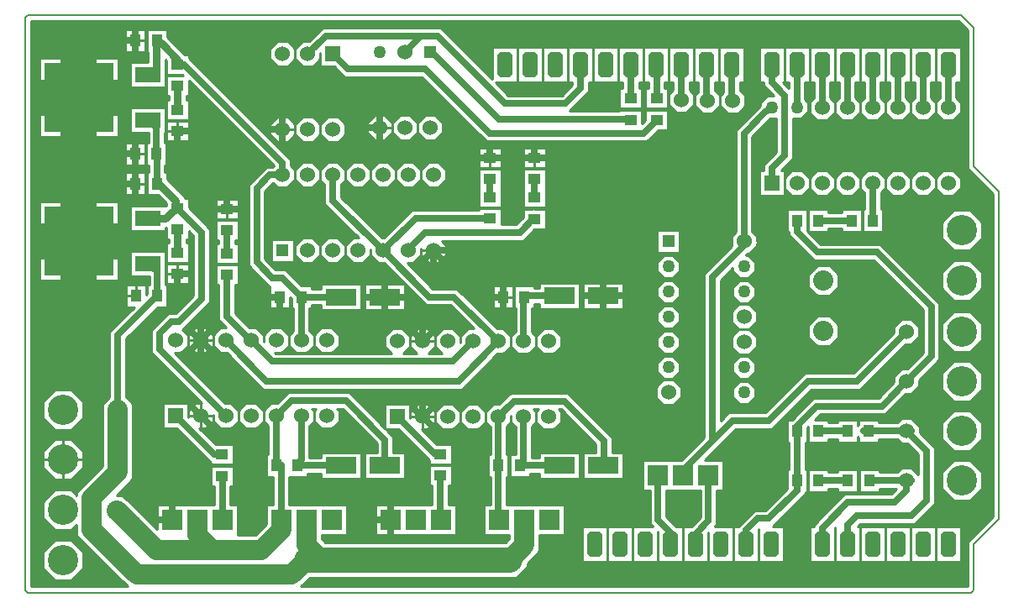
<source format=gbr>
G04 PROTEUS GERBER X2 FILE*
%TF.GenerationSoftware,Labcenter,Proteus,8.6-SP2-Build23525*%
%TF.CreationDate,2019-07-10T19:11:28+00:00*%
%TF.FileFunction,Copper,L1,Top*%
%TF.FilePolarity,Positive*%
%TF.Part,Single*%
%FSLAX45Y45*%
%MOMM*%
G01*
%TA.AperFunction,Conductor*%
%ADD10C,0.635000*%
%ADD11C,0.762000*%
%ADD12C,2.032000*%
%ADD13C,1.270000*%
%ADD14C,2.540000*%
%ADD15C,0.254000*%
%TA.AperFunction,ComponentPad*%
%ADD16R,1.524000X1.524000*%
%ADD17C,1.524000*%
%ADD18C,1.270000*%
%TA.AperFunction,ComponentPad*%
%ADD19R,1.270000X1.270000*%
%TA.AperFunction,SMDPad,CuDef*%
%ADD70R,1.270000X1.016000*%
%ADD71R,3.048000X1.651000*%
%ADD20R,1.016000X1.270000*%
%TA.AperFunction,ComponentPad*%
%ADD21R,2.032000X2.032000*%
%TA.AperFunction,ComponentPad*%
%ADD22C,2.032000*%
%ADD23C,3.048000*%
%TA.AperFunction,OtherPad,Unknown*%
%ADD24C,2.032000*%
%ADD25C,1.524000*%
%TA.AperFunction,SMDPad,CuDef*%
%ADD26R,6.985000X6.985000*%
%ADD27R,2.540000X1.524000*%
%AMDIL020*
4,1,8,
-0.762000,0.965200,-0.457200,1.270000,0.457200,1.270000,0.762000,0.965200,0.762000,-0.965200,
0.457200,-1.270000,-0.457200,-1.270000,-0.762000,-0.965200,-0.762000,0.965200,
0*%
%TA.AperFunction,ComponentPad*%
%ADD28DIL020*%
%TA.AperFunction,Profile*%
%ADD29C,0.203200*%
%TD.AperFunction*%
G36*
X-1835959Y+6787751D02*
X-1835959Y+5394750D01*
X-1800249Y+5359041D01*
X-1581959Y+5140751D01*
X-1581959Y+1889249D01*
X-1835959Y+1635250D01*
X-1835959Y+1180959D01*
X-8553517Y+1180959D01*
X-8462275Y+1272201D01*
X-6376353Y+1272201D01*
X-6272201Y+1376353D01*
X-6272201Y+1412275D01*
X-6147601Y+1536875D01*
X-6147601Y+1697601D01*
X-5893601Y+1697601D01*
X-5893601Y+2002399D01*
X-6480811Y+2002399D01*
X-6480811Y+2285701D01*
X-6461761Y+2285701D01*
X-6461761Y+2514299D01*
X-6480811Y+2514299D01*
X-6480811Y+2793585D01*
X-6437001Y+2837395D01*
X-6437001Y+2900259D01*
X-6436999Y+2900261D01*
X-6436999Y+2837395D01*
X-6392549Y+2792945D01*
X-6392549Y+2514299D01*
X-6451599Y+2514299D01*
X-6451599Y+2285701D01*
X-6248401Y+2285701D01*
X-6248401Y+2317451D01*
X-6153199Y+2317451D01*
X-6153199Y+2266651D01*
X-5746801Y+2266651D01*
X-5746801Y+2533349D01*
X-6153199Y+2533349D01*
X-6153199Y+2482549D01*
X-6227451Y+2482549D01*
X-6227451Y+2792945D01*
X-6183001Y+2837395D01*
X-6183001Y+2942605D01*
X-6207847Y+2967451D01*
X-6158153Y+2967451D01*
X-6182999Y+2942605D01*
X-6182999Y+2837395D01*
X-6108605Y+2763001D01*
X-6003395Y+2763001D01*
X-5929001Y+2837395D01*
X-5929001Y+2942605D01*
X-5953847Y+2967451D01*
X-5934191Y+2967451D01*
X-5582549Y+2615809D01*
X-5582549Y+2533349D01*
X-5708699Y+2533349D01*
X-5708699Y+2266651D01*
X-5302301Y+2266651D01*
X-5302301Y+2533349D01*
X-5417451Y+2533349D01*
X-5417451Y+2684193D01*
X-5465807Y+2732549D01*
X-5465809Y+2732549D01*
X-5865809Y+3132549D01*
X-6438191Y+3132549D01*
X-6553741Y+3016999D01*
X-6616605Y+3016999D01*
X-6690999Y+2942605D01*
X-6690999Y+2837395D01*
X-6645909Y+2792305D01*
X-6645909Y+2514299D01*
X-6664959Y+2514299D01*
X-6664959Y+2285701D01*
X-6645909Y+2285701D01*
X-6645909Y+2002399D01*
X-6706399Y+2002399D01*
X-6706399Y+1697601D01*
X-6452399Y+1697601D01*
X-6452399Y+1663125D01*
X-6487725Y+1627799D01*
X-8312275Y+1627799D01*
X-8347601Y+1663125D01*
X-8347601Y+1697601D01*
X-8093601Y+1697601D01*
X-8093601Y+2002399D01*
X-8671451Y+2002399D01*
X-8671451Y+2285701D01*
X-8485041Y+2285701D01*
X-8485041Y+2317451D01*
X-8353199Y+2317451D01*
X-8353199Y+2266651D01*
X-7946801Y+2266651D01*
X-7946801Y+2533349D01*
X-8353199Y+2533349D01*
X-8353199Y+2482549D01*
X-8467451Y+2482549D01*
X-8467451Y+2802945D01*
X-8423001Y+2847395D01*
X-8423001Y+2952605D01*
X-8441847Y+2971451D01*
X-8404153Y+2971451D01*
X-8422999Y+2952605D01*
X-8422999Y+2847395D01*
X-8348605Y+2773001D01*
X-8243395Y+2773001D01*
X-8169001Y+2847395D01*
X-8169001Y+2952605D01*
X-8187847Y+2971451D01*
X-8134191Y+2971451D01*
X-7788049Y+2625309D01*
X-7788049Y+2533349D01*
X-7908699Y+2533349D01*
X-7908699Y+2266651D01*
X-7502301Y+2266651D01*
X-7502301Y+2533349D01*
X-7622951Y+2533349D01*
X-7622951Y+2693693D01*
X-7671307Y+2742049D01*
X-7671309Y+2742049D01*
X-7692261Y+2763001D01*
X-7569741Y+2763001D01*
X-7264299Y+2457559D01*
X-7264299Y+2411761D01*
X-7035701Y+2411761D01*
X-7035701Y+2614959D01*
X-7188219Y+2614959D01*
X-7336261Y+2763001D01*
X-7273395Y+2763001D01*
X-7199001Y+2837395D01*
X-7199001Y+2942605D01*
X-7273395Y+3016999D01*
X-7378605Y+3016999D01*
X-7452999Y+2942605D01*
X-7452999Y+2879739D01*
X-7453001Y+2879741D01*
X-7453001Y+3016999D01*
X-7706999Y+3016999D01*
X-7706999Y+2777739D01*
X-8065809Y+3136549D01*
X-8684191Y+3136549D01*
X-8793741Y+3026999D01*
X-8856605Y+3026999D01*
X-8930999Y+2952605D01*
X-8930999Y+2847395D01*
X-8882549Y+2798945D01*
X-8882549Y+2514299D01*
X-8901599Y+2514299D01*
X-8901599Y+2285701D01*
X-8836549Y+2285701D01*
X-8836549Y+2002399D01*
X-8906399Y+2002399D01*
X-8906399Y+1813125D01*
X-9017125Y+1702399D01*
X-9193601Y+1702399D01*
X-9193601Y+2002399D01*
X-9263451Y+2002399D01*
X-9263451Y+2195041D01*
X-9235701Y+2195041D01*
X-9235701Y+2398239D01*
X-9464299Y+2398239D01*
X-9464299Y+2195041D01*
X-9428549Y+2195041D01*
X-9428549Y+2002399D01*
X-10006399Y+2002399D01*
X-10006399Y+1761923D01*
X-10346874Y+2102399D01*
X-10412078Y+2102399D01*
X-10245202Y+2269275D01*
X-10245202Y+3023126D01*
X-10317601Y+3095525D01*
X-10317601Y+3679019D01*
X-9997559Y+3999061D01*
X-9898401Y+3999061D01*
X-9898401Y+4227659D01*
X-9917451Y+4227659D01*
X-9917451Y+4377879D01*
X-9922201Y+4387470D01*
X-9922201Y+4561759D01*
X-10277799Y+4561759D01*
X-10277799Y+4307761D01*
X-10082549Y+4307761D01*
X-10082549Y+4227659D01*
X-10101599Y+4227659D01*
X-10101599Y+4128501D01*
X-10111761Y+4118339D01*
X-10111761Y+4227659D01*
X-10314959Y+4227659D01*
X-10314959Y+3999061D01*
X-10231039Y+3999061D01*
X-10482699Y+3747401D01*
X-10482699Y+3090427D01*
X-10550000Y+3023126D01*
X-10550000Y+2395525D01*
X-10812399Y+2133126D01*
X-10812399Y+2100146D01*
X-10865832Y+2153579D01*
X-11034168Y+2153579D01*
X-11153199Y+2034548D01*
X-11153199Y+1866212D01*
X-11034168Y+1747181D01*
X-10865832Y+1747181D01*
X-10812399Y+1800614D01*
X-10812399Y+1689274D01*
X-10304084Y+1180959D01*
X-11270000Y+1180959D01*
X-11270000Y+6879041D01*
X-1927249Y+6879041D01*
X-1835959Y+6787751D01*
G37*
%LPC*%
G36*
X-3429001Y+6262201D02*
X-3473451Y+6262201D01*
X-3473451Y+6091094D01*
X-3441701Y+6059344D01*
X-3441701Y+5964656D01*
X-3508656Y+5897701D01*
X-3597451Y+5897701D01*
X-3597451Y+5495809D01*
X-3716261Y+5376999D01*
X-3683001Y+5376999D01*
X-3683001Y+5123001D01*
X-3936999Y+5123001D01*
X-3936999Y+5376999D01*
X-3892549Y+5376999D01*
X-3892549Y+5434191D01*
X-3762549Y+5564191D01*
X-3762549Y+5897808D01*
X-3762656Y+5897701D01*
X-3823559Y+5897701D01*
X-4005451Y+5715809D01*
X-4005451Y+4759055D01*
X-3990945Y+4744549D01*
X-3990844Y+4744549D01*
X-3990773Y+4744377D01*
X-3961001Y+4714605D01*
X-3961001Y+4672505D01*
X-3948627Y+4642633D01*
X-3961001Y+4630259D01*
X-3961001Y+4609395D01*
X-4035395Y+4535001D01*
X-4056259Y+4535001D01*
X-4068961Y+4522299D01*
X-4040656Y+4522299D01*
X-3973701Y+4455344D01*
X-3973701Y+4360656D01*
X-4040656Y+4293701D01*
X-4135344Y+4293701D01*
X-4202299Y+4360656D01*
X-4202299Y+4388961D01*
X-4325451Y+4265809D01*
X-4325451Y+2849291D01*
X-4296193Y+2878549D01*
X-4296191Y+2878549D01*
X-4242191Y+2932549D01*
X-3876191Y+2932549D01*
X-3476191Y+3332549D01*
X-2984191Y+3332549D01*
X-2576999Y+3739741D01*
X-2576999Y+3802605D01*
X-2502605Y+3876999D01*
X-2397395Y+3876999D01*
X-2323001Y+3802605D01*
X-2323001Y+3697395D01*
X-2397395Y+3623001D01*
X-2460259Y+3623001D01*
X-2915809Y+3167451D01*
X-3407809Y+3167451D01*
X-3807809Y+2767451D01*
X-4173809Y+2767451D01*
X-4179451Y+2761809D01*
X-4179451Y+2761807D01*
X-4486212Y+2452399D01*
X-4293601Y+2452399D01*
X-4293601Y+2147601D01*
X-4363451Y+2147601D01*
X-4363451Y+1809809D01*
X-4385461Y+1787799D01*
X-4193001Y+1787799D01*
X-4193001Y+1432201D01*
X-4446999Y+1432201D01*
X-4446999Y+1726261D01*
X-4447001Y+1726259D01*
X-4447001Y+1432201D01*
X-4700999Y+1432201D01*
X-4700999Y+1787799D01*
X-4618941Y+1787799D01*
X-4528549Y+1878191D01*
X-4528549Y+2147601D01*
X-4871451Y+2147601D01*
X-4871451Y+1888191D01*
X-4771059Y+1787799D01*
X-4701001Y+1787799D01*
X-4701001Y+1432201D01*
X-4954999Y+1432201D01*
X-4954999Y+1738259D01*
X-4955001Y+1738261D01*
X-4955001Y+1432201D01*
X-5208999Y+1432201D01*
X-5208999Y+1787799D01*
X-5004539Y+1787799D01*
X-5036549Y+1819809D01*
X-5036549Y+2147601D01*
X-5106399Y+2147601D01*
X-5106399Y+2452399D01*
X-4718742Y+2452399D01*
X-4490549Y+2682788D01*
X-4490549Y+4334191D01*
X-4214999Y+4609741D01*
X-4214999Y+4714605D01*
X-4170549Y+4759055D01*
X-4170549Y+5784191D01*
X-3927682Y+6027058D01*
X-3924299Y+6029793D01*
X-3924299Y+6059344D01*
X-3857344Y+6126299D01*
X-3793039Y+6126299D01*
X-3892549Y+6225809D01*
X-3892549Y+6262201D01*
X-3936999Y+6262201D01*
X-3936999Y+6617799D01*
X-3683001Y+6617799D01*
X-3683001Y+6262201D01*
X-3695461Y+6262201D01*
X-3638549Y+6205289D01*
X-3638549Y+6262201D01*
X-3682999Y+6262201D01*
X-3682999Y+6617799D01*
X-3429001Y+6617799D01*
X-3429001Y+6262201D01*
G37*
G36*
X-3682999Y+5197395D02*
X-3682999Y+5302605D01*
X-3608605Y+5376999D01*
X-3503395Y+5376999D01*
X-3429001Y+5302605D01*
X-3429001Y+5197395D01*
X-3503395Y+5123001D01*
X-3608605Y+5123001D01*
X-3682999Y+5197395D01*
G37*
G36*
X-3428999Y+5197395D02*
X-3428999Y+5302605D01*
X-3354605Y+5376999D01*
X-3249395Y+5376999D01*
X-3175001Y+5302605D01*
X-3175001Y+5197395D01*
X-3249395Y+5123001D01*
X-3354605Y+5123001D01*
X-3428999Y+5197395D01*
G37*
G36*
X-3174999Y+5197395D02*
X-3174999Y+5302605D01*
X-3100605Y+5376999D01*
X-2995395Y+5376999D01*
X-2921001Y+5302605D01*
X-2921001Y+5197395D01*
X-2995395Y+5123001D01*
X-3100605Y+5123001D01*
X-3174999Y+5197395D01*
G37*
G36*
X-2667001Y+5302605D02*
X-2667001Y+5197395D01*
X-2707451Y+5156945D01*
X-2707451Y+4984299D01*
X-2688401Y+4984299D01*
X-2688401Y+4755701D01*
X-2891599Y+4755701D01*
X-2891599Y+4984299D01*
X-2872549Y+4984299D01*
X-2872549Y+5148945D01*
X-2920999Y+5197395D01*
X-2920999Y+5302605D01*
X-2846605Y+5376999D01*
X-2741395Y+5376999D01*
X-2667001Y+5302605D01*
G37*
G36*
X-2666999Y+5197395D02*
X-2666999Y+5302605D01*
X-2592605Y+5376999D01*
X-2487395Y+5376999D01*
X-2413001Y+5302605D01*
X-2413001Y+5197395D01*
X-2487395Y+5123001D01*
X-2592605Y+5123001D01*
X-2666999Y+5197395D01*
G37*
G36*
X-2412999Y+5197395D02*
X-2412999Y+5302605D01*
X-2338605Y+5376999D01*
X-2233395Y+5376999D01*
X-2159001Y+5302605D01*
X-2159001Y+5197395D01*
X-2233395Y+5123001D01*
X-2338605Y+5123001D01*
X-2412999Y+5197395D01*
G37*
G36*
X-2158999Y+5197395D02*
X-2158999Y+5302605D01*
X-2084605Y+5376999D01*
X-1979395Y+5376999D01*
X-1905001Y+5302605D01*
X-1905001Y+5197395D01*
X-1979395Y+5123001D01*
X-2084605Y+5123001D01*
X-2158999Y+5197395D01*
G37*
G36*
X-1905001Y+6262201D02*
X-1949451Y+6262201D01*
X-1949451Y+6109055D01*
X-1905001Y+6064605D01*
X-1905001Y+5959395D01*
X-1979395Y+5885001D01*
X-2084605Y+5885001D01*
X-2158999Y+5959395D01*
X-2158999Y+6064605D01*
X-2114549Y+6109055D01*
X-2114549Y+6262201D01*
X-2158999Y+6262201D01*
X-2158999Y+6617799D01*
X-1905001Y+6617799D01*
X-1905001Y+6262201D01*
G37*
G36*
X-2159001Y+6262201D02*
X-2203451Y+6262201D01*
X-2203451Y+6109055D01*
X-2159001Y+6064605D01*
X-2159001Y+5959395D01*
X-2233395Y+5885001D01*
X-2338605Y+5885001D01*
X-2412999Y+5959395D01*
X-2412999Y+6064605D01*
X-2368549Y+6109055D01*
X-2368549Y+6262201D01*
X-2412999Y+6262201D01*
X-2412999Y+6617799D01*
X-2159001Y+6617799D01*
X-2159001Y+6262201D01*
G37*
G36*
X-2413001Y+6262201D02*
X-2457451Y+6262201D01*
X-2457451Y+6109055D01*
X-2413001Y+6064605D01*
X-2413001Y+5959395D01*
X-2487395Y+5885001D01*
X-2592605Y+5885001D01*
X-2666999Y+5959395D01*
X-2666999Y+6064605D01*
X-2622549Y+6109055D01*
X-2622549Y+6262201D01*
X-2666999Y+6262201D01*
X-2666999Y+6617799D01*
X-2413001Y+6617799D01*
X-2413001Y+6262201D01*
G37*
G36*
X-2667001Y+6262201D02*
X-2711451Y+6262201D01*
X-2711451Y+6109055D01*
X-2667001Y+6064605D01*
X-2667001Y+5959395D01*
X-2741395Y+5885001D01*
X-2846605Y+5885001D01*
X-2920999Y+5959395D01*
X-2920999Y+6064605D01*
X-2876549Y+6109055D01*
X-2876549Y+6262201D01*
X-2920999Y+6262201D01*
X-2920999Y+6617799D01*
X-2667001Y+6617799D01*
X-2667001Y+6262201D01*
G37*
G36*
X-2921001Y+6262201D02*
X-2965451Y+6262201D01*
X-2965451Y+6109055D01*
X-2921001Y+6064605D01*
X-2921001Y+5959395D01*
X-2995395Y+5885001D01*
X-3100605Y+5885001D01*
X-3174999Y+5959395D01*
X-3174999Y+6064605D01*
X-3130549Y+6109055D01*
X-3130549Y+6262201D01*
X-3174999Y+6262201D01*
X-3174999Y+6617799D01*
X-2921001Y+6617799D01*
X-2921001Y+6262201D01*
G37*
G36*
X-3175001Y+6262201D02*
X-3219451Y+6262201D01*
X-3219451Y+6109055D01*
X-3175001Y+6064605D01*
X-3175001Y+5959395D01*
X-3249395Y+5885001D01*
X-3354605Y+5885001D01*
X-3428999Y+5959395D01*
X-3428999Y+6064605D01*
X-3384549Y+6109055D01*
X-3384549Y+6262201D01*
X-3428999Y+6262201D01*
X-3428999Y+6617799D01*
X-3175001Y+6617799D01*
X-3175001Y+6262201D01*
G37*
G36*
X-8855979Y+4682619D02*
X-8627381Y+4682619D01*
X-8627381Y+4454021D01*
X-8855979Y+4454021D01*
X-8855979Y+4682619D01*
G37*
G36*
X-8614679Y+4515715D02*
X-8614679Y+4620925D01*
X-8540285Y+4695319D01*
X-8435075Y+4695319D01*
X-8360681Y+4620925D01*
X-8360681Y+4515715D01*
X-8435075Y+4441321D01*
X-8540285Y+4441321D01*
X-8614679Y+4515715D01*
G37*
G36*
X-8360679Y+4515715D02*
X-8360679Y+4620925D01*
X-8286285Y+4695319D01*
X-8181075Y+4695319D01*
X-8106681Y+4620925D01*
X-8106681Y+4515715D01*
X-8181075Y+4441321D01*
X-8286285Y+4441321D01*
X-8360679Y+4515715D01*
G37*
G36*
X-8106681Y+5382925D02*
X-8106681Y+5277715D01*
X-8151131Y+5233265D01*
X-8151131Y+5107871D01*
X-7738579Y+4695319D01*
X-7715421Y+4695319D01*
X-7434191Y+4976549D01*
X-6764299Y+4976549D01*
X-6764299Y+4991599D01*
X-6535701Y+4991599D01*
X-6535701Y+4832549D01*
X-6384191Y+4832549D01*
X-6314299Y+4902441D01*
X-6314299Y+4988239D01*
X-6228501Y+4988239D01*
X-6219367Y+4997373D01*
X-6197317Y+4988239D01*
X-6085701Y+4988239D01*
X-6085701Y+4785041D01*
X-6198219Y+4785041D01*
X-6315809Y+4667451D01*
X-7137207Y+4667451D01*
X-7090681Y+4620925D01*
X-7090681Y+4515715D01*
X-7165075Y+4441321D01*
X-7270285Y+4441321D01*
X-7344679Y+4515715D01*
X-7344679Y+4588581D01*
X-7344681Y+4588579D01*
X-7344681Y+4515715D01*
X-7419075Y+4441321D01*
X-7481941Y+4441321D01*
X-7223169Y+4182549D01*
X-6977809Y+4182549D01*
X-6574259Y+3778999D01*
X-6511395Y+3778999D01*
X-6437001Y+3704605D01*
X-6437001Y+3599395D01*
X-6511395Y+3525001D01*
X-6574259Y+3525001D01*
X-6931809Y+3167451D01*
X-8934191Y+3167451D01*
X-9301741Y+3535001D01*
X-9364605Y+3535001D01*
X-9438999Y+3609395D01*
X-9438999Y+3714605D01*
X-9364605Y+3788999D01*
X-9305739Y+3788999D01*
X-9382549Y+3865809D01*
X-9382549Y+4225041D01*
X-9414299Y+4225041D01*
X-9414299Y+4428239D01*
X-9185701Y+4428239D01*
X-9185701Y+4225041D01*
X-9217451Y+4225041D01*
X-9217451Y+3934191D01*
X-9072259Y+3788999D01*
X-9005395Y+3788999D01*
X-8931001Y+3714605D01*
X-8931001Y+3651741D01*
X-8930999Y+3651739D01*
X-8930999Y+3714605D01*
X-8856605Y+3788999D01*
X-8751395Y+3788999D01*
X-8677001Y+3714605D01*
X-8677001Y+3609395D01*
X-8751395Y+3535001D01*
X-8814261Y+3535001D01*
X-8811809Y+3532549D01*
X-7640153Y+3532549D01*
X-7706999Y+3599395D01*
X-7706999Y+3704605D01*
X-7632605Y+3778999D01*
X-7527395Y+3778999D01*
X-7453001Y+3704605D01*
X-7453001Y+3599395D01*
X-7519847Y+3532549D01*
X-7386153Y+3532549D01*
X-7452999Y+3599395D01*
X-7452999Y+3704605D01*
X-7378605Y+3778999D01*
X-7273395Y+3778999D01*
X-7199001Y+3704605D01*
X-7199001Y+3599395D01*
X-7265847Y+3532549D01*
X-7132153Y+3532549D01*
X-7198999Y+3599395D01*
X-7198999Y+3704605D01*
X-7124605Y+3778999D01*
X-7019395Y+3778999D01*
X-6945001Y+3704605D01*
X-6945001Y+3641739D01*
X-6944999Y+3641741D01*
X-6944999Y+3704605D01*
X-6870605Y+3778999D01*
X-6807739Y+3778999D01*
X-7046191Y+4017451D01*
X-7291551Y+4017451D01*
X-7502301Y+4228201D01*
X-7502301Y+3966651D01*
X-7908699Y+3966651D01*
X-7908699Y+4233349D01*
X-7507449Y+4233349D01*
X-7715421Y+4441321D01*
X-7778285Y+4441321D01*
X-7852679Y+4515715D01*
X-7852679Y+4575939D01*
X-7852681Y+4575941D01*
X-7852681Y+4515715D01*
X-7927075Y+4441321D01*
X-8032285Y+4441321D01*
X-8106679Y+4515715D01*
X-8106679Y+4620925D01*
X-8032285Y+4695319D01*
X-7972059Y+4695319D01*
X-8316229Y+5039489D01*
X-8316229Y+5233265D01*
X-8360679Y+5277715D01*
X-8360679Y+5382925D01*
X-8286285Y+5457319D01*
X-8181075Y+5457319D01*
X-8106681Y+5382925D01*
G37*
G36*
X-7344679Y+5277715D02*
X-7344679Y+5382925D01*
X-7270285Y+5457319D01*
X-7165075Y+5457319D01*
X-7090681Y+5382925D01*
X-7090681Y+5277715D01*
X-7165075Y+5203321D01*
X-7270285Y+5203321D01*
X-7344679Y+5277715D01*
G37*
G36*
X-7598679Y+5277715D02*
X-7598679Y+5382925D01*
X-7524285Y+5457319D01*
X-7419075Y+5457319D01*
X-7344681Y+5382925D01*
X-7344681Y+5277715D01*
X-7419075Y+5203321D01*
X-7524285Y+5203321D01*
X-7598679Y+5277715D01*
G37*
G36*
X-7852679Y+5277715D02*
X-7852679Y+5382925D01*
X-7778285Y+5457319D01*
X-7673075Y+5457319D01*
X-7598681Y+5382925D01*
X-7598681Y+5277715D01*
X-7673075Y+5203321D01*
X-7778285Y+5203321D01*
X-7852679Y+5277715D01*
G37*
G36*
X-8106679Y+5277715D02*
X-8106679Y+5382925D01*
X-8032285Y+5457319D01*
X-7927075Y+5457319D01*
X-7852681Y+5382925D01*
X-7852681Y+5277715D01*
X-7927075Y+5203321D01*
X-8032285Y+5203321D01*
X-8106679Y+5277715D01*
G37*
G36*
X-8614679Y+5277715D02*
X-8614679Y+5382925D01*
X-8540285Y+5457319D01*
X-8435075Y+5457319D01*
X-8360681Y+5382925D01*
X-8360681Y+5277715D01*
X-8435075Y+5203321D01*
X-8540285Y+5203321D01*
X-8614679Y+5277715D01*
G37*
G36*
X-9905041Y+6722720D02*
X-9899075Y+6718157D01*
X-9725877Y+6544959D01*
X-9685701Y+6544959D01*
X-9685701Y+6512441D01*
X-8659131Y+5485871D01*
X-8659131Y+5427375D01*
X-8614681Y+5382925D01*
X-8614681Y+5277715D01*
X-8689075Y+5203321D01*
X-8794285Y+5203321D01*
X-8837112Y+5246148D01*
X-8917451Y+5165809D01*
X-8917451Y+4484191D01*
X-8805809Y+4372549D01*
X-8705809Y+4372549D01*
X-8547559Y+4214299D01*
X-8448401Y+4214299D01*
X-8448401Y+4182549D01*
X-8353199Y+4182549D01*
X-8353199Y+4233349D01*
X-7946801Y+4233349D01*
X-7946801Y+3966651D01*
X-8353199Y+3966651D01*
X-8353199Y+4017451D01*
X-8448401Y+4017451D01*
X-8448401Y+3985701D01*
X-8467451Y+3985701D01*
X-8467451Y+3759055D01*
X-8423001Y+3714605D01*
X-8423001Y+3609395D01*
X-8497395Y+3535001D01*
X-8602605Y+3535001D01*
X-8676999Y+3609395D01*
X-8676999Y+3714605D01*
X-8632549Y+3759055D01*
X-8632549Y+3985701D01*
X-8651599Y+3985701D01*
X-8651599Y+4084859D01*
X-8661761Y+4095021D01*
X-8661761Y+3985701D01*
X-8864959Y+3985701D01*
X-8864959Y+4207451D01*
X-8874191Y+4207451D01*
X-9082549Y+4415809D01*
X-9082549Y+5234191D01*
X-8903871Y+5412869D01*
X-8838735Y+5412869D01*
X-8829172Y+5422432D01*
X-9685701Y+6278961D01*
X-9685701Y+6128401D01*
X-9711101Y+6128401D01*
X-9711101Y+6088319D01*
X-9685701Y+6088319D01*
X-9685701Y+5885121D01*
X-9914299Y+5885121D01*
X-9914299Y+6088319D01*
X-9888899Y+6088319D01*
X-9888899Y+6128401D01*
X-9914299Y+6128401D01*
X-9914299Y+6331599D01*
X-9738339Y+6331599D01*
X-9748501Y+6341761D01*
X-9914299Y+6341761D01*
X-9914299Y+6481937D01*
X-9921101Y+6488739D01*
X-9921101Y+6343177D01*
X-9922201Y+6342077D01*
X-9922201Y+6214961D01*
X-10277799Y+6214961D01*
X-10277799Y+6468959D01*
X-10098899Y+6468959D01*
X-10098899Y+6569061D01*
X-10108239Y+6569061D01*
X-10108239Y+6797659D01*
X-9905041Y+6797659D01*
X-9905041Y+6722720D01*
G37*
G36*
X-9922201Y+5757761D02*
X-9927451Y+5757761D01*
X-9927451Y+5657659D01*
X-9908401Y+5657659D01*
X-9908401Y+5429061D01*
X-9924091Y+5429061D01*
X-9924091Y+5357659D01*
X-9905041Y+5357659D01*
X-9905041Y+5287483D01*
X-9727741Y+5110183D01*
X-9727741Y+5098319D01*
X-9685701Y+5098319D01*
X-9685701Y+4999161D01*
X-9470731Y+4784191D01*
X-9470731Y+4042529D01*
X-9745809Y+3767451D01*
X-9745847Y+3767451D01*
X-9693001Y+3714605D01*
X-9693001Y+3609395D01*
X-9767395Y+3535001D01*
X-9826969Y+3535001D01*
X-9318967Y+3026999D01*
X-9259395Y+3026999D01*
X-9185001Y+2952605D01*
X-9185001Y+2847395D01*
X-9259395Y+2773001D01*
X-9364605Y+2773001D01*
X-9438999Y+2847395D01*
X-9438999Y+2913551D01*
X-9439001Y+2913553D01*
X-9439001Y+2847395D01*
X-9513395Y+2773001D01*
X-9576261Y+2773001D01*
X-9414859Y+2611599D01*
X-9235701Y+2611599D01*
X-9235701Y+2408401D01*
X-9464299Y+2408401D01*
X-9464299Y+2427559D01*
X-9809741Y+2773001D01*
X-9946999Y+2773001D01*
X-9946999Y+3026999D01*
X-9693001Y+3026999D01*
X-9693001Y+2889741D01*
X-9692999Y+2889739D01*
X-9692999Y+2952605D01*
X-9618605Y+3026999D01*
X-9552447Y+3026999D01*
X-9912899Y+3387451D01*
X-9914191Y+3387451D01*
X-10062549Y+3535809D01*
X-10062549Y+3764191D01*
X-9894191Y+3932549D01*
X-9814191Y+3932549D01*
X-9635829Y+4110911D01*
X-9635829Y+4715809D01*
X-9685701Y+4765681D01*
X-9685701Y+4681761D01*
X-9711101Y+4681761D01*
X-9711101Y+4644959D01*
X-9685701Y+4644959D01*
X-9685701Y+4441761D01*
X-9914299Y+4441761D01*
X-9914299Y+4644959D01*
X-9888899Y+4644959D01*
X-9888899Y+4681761D01*
X-9914299Y+4681761D01*
X-9914299Y+4803061D01*
X-9922201Y+4803061D01*
X-9922201Y+4764961D01*
X-10277799Y+4764961D01*
X-10277799Y+5018959D01*
X-9922201Y+5018959D01*
X-9922201Y+5016881D01*
X-9921653Y+5017429D01*
X-9914299Y+5023340D01*
X-9914299Y+5045297D01*
X-9998063Y+5129061D01*
X-10108239Y+5129061D01*
X-10108239Y+5357659D01*
X-10089189Y+5357659D01*
X-10089189Y+5429061D01*
X-10111599Y+5429061D01*
X-10111599Y+5657659D01*
X-10092549Y+5657659D01*
X-10092549Y+5757761D01*
X-10277799Y+5757761D01*
X-10277799Y+6011759D01*
X-9922201Y+6011759D01*
X-9922201Y+5757761D01*
G37*
G36*
X-9184999Y+2847395D02*
X-9184999Y+2952605D01*
X-9110605Y+3026999D01*
X-9005395Y+3026999D01*
X-8931001Y+2952605D01*
X-8931001Y+2847395D01*
X-9005395Y+2773001D01*
X-9110605Y+2773001D01*
X-9184999Y+2847395D01*
G37*
G36*
X-8422999Y+3609395D02*
X-8422999Y+3714605D01*
X-8348605Y+3788999D01*
X-8243395Y+3788999D01*
X-8169001Y+3714605D01*
X-8169001Y+3609395D01*
X-8243395Y+3535001D01*
X-8348605Y+3535001D01*
X-8422999Y+3609395D01*
G37*
G36*
X-9692999Y+3609395D02*
X-9692999Y+3714605D01*
X-9618605Y+3788999D01*
X-9513395Y+3788999D01*
X-9439001Y+3714605D01*
X-9439001Y+3609395D01*
X-9513395Y+3535001D01*
X-9618605Y+3535001D01*
X-9692999Y+3609395D01*
G37*
G36*
X-6626999Y+6293739D02*
X-6626999Y+6617799D01*
X-6373001Y+6617799D01*
X-6373001Y+6262201D01*
X-6595461Y+6262201D01*
X-6465809Y+6132549D01*
X-5924191Y+6132549D01*
X-5820549Y+6236191D01*
X-5820549Y+6262201D01*
X-5864999Y+6262201D01*
X-5864999Y+6617799D01*
X-5611001Y+6617799D01*
X-5611001Y+6262201D01*
X-5655451Y+6262201D01*
X-5655451Y+6167809D01*
X-5850711Y+5972549D01*
X-5344299Y+5972549D01*
X-5344299Y+5988239D01*
X-5115701Y+5988239D01*
X-5115701Y+5851039D01*
X-5084299Y+5882441D01*
X-5084299Y+5988239D01*
X-4855701Y+5988239D01*
X-4855701Y+5785041D01*
X-4948219Y+5785041D01*
X-5065809Y+5667451D01*
X-6684191Y+5667451D01*
X-7334191Y+6317451D01*
X-8114191Y+6317451D01*
X-8219741Y+6423001D01*
X-8356999Y+6423001D01*
X-8356999Y+6560261D01*
X-8357001Y+6560259D01*
X-8357001Y+6497395D01*
X-8431395Y+6423001D01*
X-8536605Y+6423001D01*
X-8610999Y+6497395D01*
X-8610999Y+6602605D01*
X-8536605Y+6676999D01*
X-8473741Y+6676999D01*
X-8338191Y+6812549D01*
X-7145809Y+6812549D01*
X-6626999Y+6293739D01*
G37*
G36*
X-8864999Y+6497395D02*
X-8864999Y+6602605D01*
X-8790605Y+6676999D01*
X-8685395Y+6676999D01*
X-8611001Y+6602605D01*
X-8611001Y+6497395D01*
X-8685395Y+6423001D01*
X-8790605Y+6423001D01*
X-8864999Y+6497395D01*
G37*
G36*
X-8864999Y+5735395D02*
X-8864999Y+5840605D01*
X-8790605Y+5914999D01*
X-8685395Y+5914999D01*
X-8611001Y+5840605D01*
X-8611001Y+5735395D01*
X-8685395Y+5661001D01*
X-8790605Y+5661001D01*
X-8864999Y+5735395D01*
G37*
G36*
X-8610999Y+5735395D02*
X-8610999Y+5840605D01*
X-8536605Y+5914999D01*
X-8431395Y+5914999D01*
X-8357001Y+5840605D01*
X-8357001Y+5735395D01*
X-8431395Y+5661001D01*
X-8536605Y+5661001D01*
X-8610999Y+5735395D01*
G37*
G36*
X-8356999Y+5735395D02*
X-8356999Y+5840605D01*
X-8282605Y+5914999D01*
X-8177395Y+5914999D01*
X-8103001Y+5840605D01*
X-8103001Y+5735395D01*
X-8177395Y+5661001D01*
X-8282605Y+5661001D01*
X-8356999Y+5735395D01*
G37*
G36*
X-7884999Y+5755395D02*
X-7884999Y+5860605D01*
X-7810605Y+5934999D01*
X-7705395Y+5934999D01*
X-7631001Y+5860605D01*
X-7631001Y+5755395D01*
X-7705395Y+5681001D01*
X-7810605Y+5681001D01*
X-7884999Y+5755395D01*
G37*
G36*
X-7630999Y+5755395D02*
X-7630999Y+5860605D01*
X-7556605Y+5934999D01*
X-7451395Y+5934999D01*
X-7377001Y+5860605D01*
X-7377001Y+5755395D01*
X-7451395Y+5681001D01*
X-7556605Y+5681001D01*
X-7630999Y+5755395D01*
G37*
G36*
X-7376999Y+5755395D02*
X-7376999Y+5860605D01*
X-7302605Y+5934999D01*
X-7197395Y+5934999D01*
X-7123001Y+5860605D01*
X-7123001Y+5755395D01*
X-7197395Y+5681001D01*
X-7302605Y+5681001D01*
X-7376999Y+5755395D01*
G37*
G36*
X-4849001Y+6262201D02*
X-4887451Y+6262201D01*
X-4887451Y+6201599D01*
X-4855701Y+6201599D01*
X-4855701Y+5998401D01*
X-5084299Y+5998401D01*
X-5084299Y+6201599D01*
X-5052549Y+6201599D01*
X-5052549Y+6262201D01*
X-5102999Y+6262201D01*
X-5102999Y+6617799D01*
X-4849001Y+6617799D01*
X-4849001Y+6262201D01*
G37*
G36*
X-5103001Y+6262201D02*
X-5147451Y+6262201D01*
X-5147451Y+6201599D01*
X-5115701Y+6201599D01*
X-5115701Y+5998401D01*
X-5344299Y+5998401D01*
X-5344299Y+6201599D01*
X-5312549Y+6201599D01*
X-5312549Y+6262201D01*
X-5356999Y+6262201D01*
X-5356999Y+6617799D01*
X-5103001Y+6617799D01*
X-5103001Y+6262201D01*
G37*
G36*
X-7198999Y+2837395D02*
X-7198999Y+2942605D01*
X-7124605Y+3016999D01*
X-7019395Y+3016999D01*
X-6945001Y+2942605D01*
X-6945001Y+2837395D01*
X-7019395Y+2763001D01*
X-7124605Y+2763001D01*
X-7198999Y+2837395D01*
G37*
G36*
X-6944999Y+2837395D02*
X-6944999Y+2942605D01*
X-6870605Y+3016999D01*
X-6765395Y+3016999D01*
X-6691001Y+2942605D01*
X-6691001Y+2837395D01*
X-6765395Y+2763001D01*
X-6870605Y+2763001D01*
X-6944999Y+2837395D01*
G37*
G36*
X-6182999Y+3599395D02*
X-6182999Y+3704605D01*
X-6108605Y+3778999D01*
X-6003395Y+3778999D01*
X-5929001Y+3704605D01*
X-5929001Y+3599395D01*
X-6003395Y+3525001D01*
X-6108605Y+3525001D01*
X-6182999Y+3599395D01*
G37*
G36*
X-5746801Y+3976651D02*
X-6153199Y+3976651D01*
X-6153199Y+4027451D01*
X-6198401Y+4027451D01*
X-6198401Y+3985701D01*
X-6227451Y+3985701D01*
X-6227451Y+3749055D01*
X-6183001Y+3704605D01*
X-6183001Y+3599395D01*
X-6257395Y+3525001D01*
X-6362605Y+3525001D01*
X-6436999Y+3599395D01*
X-6436999Y+3704605D01*
X-6392549Y+3749055D01*
X-6392549Y+3985701D01*
X-6401599Y+3985701D01*
X-6401599Y+4214299D01*
X-6198401Y+4214299D01*
X-6198401Y+4192549D01*
X-6153199Y+4192549D01*
X-6153199Y+4243349D01*
X-5746801Y+4243349D01*
X-5746801Y+3976651D01*
G37*
G36*
X-5708699Y+3976651D02*
X-5708699Y+4243349D01*
X-5302301Y+4243349D01*
X-5302301Y+3976651D01*
X-5708699Y+3976651D01*
G37*
G36*
X-6411761Y+3985701D02*
X-6614959Y+3985701D01*
X-6614959Y+4214299D01*
X-6411761Y+4214299D01*
X-6411761Y+3985701D01*
G37*
G36*
X-6535701Y+5188401D02*
X-6535701Y+5001761D01*
X-6764299Y+5001761D01*
X-6764299Y+5391599D01*
X-6535701Y+5391599D01*
X-6535701Y+5188401D01*
G37*
G36*
X-6085701Y+5185041D02*
X-6085701Y+4998401D01*
X-6314299Y+4998401D01*
X-6314299Y+5388239D01*
X-6085701Y+5388239D01*
X-6085701Y+5185041D01*
G37*
G36*
X-7035701Y+2198401D02*
X-7067451Y+2198401D01*
X-7067451Y+2002399D01*
X-6993601Y+2002399D01*
X-6993601Y+1697601D01*
X-7806399Y+1697601D01*
X-7806399Y+2002399D01*
X-7232549Y+2002399D01*
X-7232549Y+2198401D01*
X-7264299Y+2198401D01*
X-7264299Y+2401599D01*
X-7035701Y+2401599D01*
X-7035701Y+2198401D01*
G37*
G36*
X-3222533Y+3603202D02*
X-3348785Y+3603202D01*
X-3438058Y+3692475D01*
X-3438058Y+3818727D01*
X-3348785Y+3908000D01*
X-3222533Y+3908000D01*
X-3133260Y+3818727D01*
X-3133260Y+3692475D01*
X-3222533Y+3603202D01*
G37*
G36*
X-3222533Y+4111202D02*
X-3348785Y+4111202D01*
X-3438058Y+4200475D01*
X-3438058Y+4326727D01*
X-3348785Y+4416000D01*
X-3222533Y+4416000D01*
X-3133260Y+4326727D01*
X-3133260Y+4200475D01*
X-3222533Y+4111202D01*
G37*
G36*
X-2901761Y+4755701D02*
X-3104959Y+4755701D01*
X-3104959Y+4787451D01*
X-3238401Y+4787451D01*
X-3238401Y+4755701D01*
X-3438961Y+4755701D01*
X-3315809Y+4632549D01*
X-2715809Y+4632549D01*
X-2117451Y+4034191D01*
X-2117451Y+3465809D01*
X-2323381Y+3259879D01*
X-2323381Y+3197015D01*
X-2397775Y+3122621D01*
X-2460639Y+3122621D01*
X-2665809Y+2917451D01*
X-3319169Y+2917451D01*
X-3372321Y+2864299D01*
X-3238401Y+2864299D01*
X-3238401Y+2832549D01*
X-3144959Y+2832549D01*
X-3144959Y+2864299D01*
X-2941761Y+2864299D01*
X-2941761Y+2804981D01*
X-2931599Y+2815143D01*
X-2931599Y+2864299D01*
X-2728401Y+2864299D01*
X-2728401Y+2832858D01*
X-2546675Y+2832858D01*
X-2502605Y+2876928D01*
X-2397395Y+2876928D01*
X-2323001Y+2802534D01*
X-2323001Y+2788983D01*
X-2317831Y+2783813D01*
X-2317831Y+2735260D01*
X-2167071Y+2584500D01*
X-2167071Y+2011809D01*
X-2365429Y+1813451D01*
X-2919809Y+1813451D01*
X-2945461Y+1787799D01*
X-2919001Y+1787799D01*
X-2919001Y+1432201D01*
X-3172999Y+1432201D01*
X-3172999Y+1780261D01*
X-3173001Y+1780259D01*
X-3173001Y+1432201D01*
X-3426999Y+1432201D01*
X-3426999Y+1787799D01*
X-3382549Y+1787799D01*
X-3382549Y+1804191D01*
X-3074191Y+2112549D01*
X-2604191Y+2112549D01*
X-2549289Y+2167451D01*
X-2725041Y+2167451D01*
X-2725041Y+2135701D01*
X-2928239Y+2135701D01*
X-2928239Y+2364299D01*
X-2725041Y+2364299D01*
X-2725041Y+2332549D01*
X-2547055Y+2332549D01*
X-2502605Y+2376999D01*
X-2397395Y+2376999D01*
X-2332169Y+2311773D01*
X-2332169Y+2516118D01*
X-2438981Y+2622930D01*
X-2502605Y+2622930D01*
X-2547126Y+2667451D01*
X-2728401Y+2667451D01*
X-2728401Y+2635701D01*
X-2931599Y+2635701D01*
X-2931599Y+2684857D01*
X-2941761Y+2695019D01*
X-2941761Y+2635701D01*
X-3144959Y+2635701D01*
X-3144959Y+2667451D01*
X-3238401Y+2667451D01*
X-3238401Y+2635701D01*
X-3441599Y+2635701D01*
X-3441599Y+2795021D01*
X-3451761Y+2784859D01*
X-3451761Y+2635701D01*
X-3470811Y+2635701D01*
X-3470811Y+2364299D01*
X-3451761Y+2364299D01*
X-3451761Y+2135701D01*
X-3470811Y+2135701D01*
X-3470811Y+2118449D01*
X-3801461Y+1787799D01*
X-3685001Y+1787799D01*
X-3685001Y+1432201D01*
X-3938999Y+1432201D01*
X-3938999Y+1760261D01*
X-3939001Y+1760259D01*
X-3939001Y+1432201D01*
X-4192999Y+1432201D01*
X-4192999Y+1787799D01*
X-4144941Y+1787799D01*
X-3984191Y+1948549D01*
X-3874191Y+1948549D01*
X-3654959Y+2167781D01*
X-3654959Y+2364299D01*
X-3635909Y+2364299D01*
X-3635909Y+2635701D01*
X-3654959Y+2635701D01*
X-3654959Y+2864299D01*
X-3605801Y+2864299D01*
X-3387551Y+3082549D01*
X-2734191Y+3082549D01*
X-2577379Y+3239361D01*
X-2577379Y+3302225D01*
X-2502985Y+3376619D01*
X-2440121Y+3376619D01*
X-2282549Y+3534191D01*
X-2282549Y+3965809D01*
X-2784191Y+4467451D01*
X-3384191Y+4467451D01*
X-3635909Y+4719169D01*
X-3635909Y+4755701D01*
X-3654959Y+4755701D01*
X-3654959Y+4984299D01*
X-3451761Y+4984299D01*
X-3451761Y+4768501D01*
X-3441599Y+4758339D01*
X-3441599Y+4984299D01*
X-3238401Y+4984299D01*
X-3238401Y+4952549D01*
X-3104959Y+4952549D01*
X-3104959Y+4984299D01*
X-2901761Y+4984299D01*
X-2901761Y+4755701D01*
G37*
G36*
X-6764299Y+5401761D02*
X-6764299Y+5604959D01*
X-6535701Y+5604959D01*
X-6535701Y+5401761D01*
X-6764299Y+5401761D01*
G37*
G36*
X-6314299Y+5398401D02*
X-6314299Y+5601599D01*
X-6085701Y+5601599D01*
X-6085701Y+5398401D01*
X-6314299Y+5398401D01*
G37*
G36*
X-9185701Y+4668401D02*
X-9217451Y+4668401D01*
X-9217451Y+4641599D01*
X-9185701Y+4641599D01*
X-9185701Y+4438401D01*
X-9414299Y+4438401D01*
X-9414299Y+4641599D01*
X-9382549Y+4641599D01*
X-9382549Y+4668401D01*
X-9414299Y+4668401D01*
X-9414299Y+4871599D01*
X-9185701Y+4871599D01*
X-9185701Y+4668401D01*
G37*
G36*
X-11034168Y+1653199D02*
X-10865832Y+1653199D01*
X-10746801Y+1534168D01*
X-10746801Y+1365832D01*
X-10865832Y+1246801D01*
X-11034168Y+1246801D01*
X-11153199Y+1365832D01*
X-11153199Y+1534168D01*
X-11034168Y+1653199D01*
G37*
G36*
X-9414299Y+4881761D02*
X-9414299Y+5084959D01*
X-9185701Y+5084959D01*
X-9185701Y+4881761D01*
X-9414299Y+4881761D01*
G37*
G36*
X-2938401Y+2135701D02*
X-3141599Y+2135701D01*
X-3141599Y+2167451D01*
X-3238401Y+2167451D01*
X-3238401Y+2135701D01*
X-3441599Y+2135701D01*
X-3441599Y+2364299D01*
X-3238401Y+2364299D01*
X-3238401Y+2332549D01*
X-3141599Y+2332549D01*
X-3141599Y+2364299D01*
X-2938401Y+2364299D01*
X-2938401Y+2135701D01*
G37*
G36*
X-10321599Y+6797659D02*
X-10118401Y+6797659D01*
X-10118401Y+6569061D01*
X-10321599Y+6569061D01*
X-10321599Y+6797659D01*
G37*
G36*
X-11190929Y+4263311D02*
X-11190929Y+5063409D01*
X-10390831Y+5063409D01*
X-10390831Y+4263311D01*
X-11190929Y+4263311D01*
G37*
G36*
X-2918999Y+1787799D02*
X-2665001Y+1787799D01*
X-2665001Y+1432201D01*
X-2918999Y+1432201D01*
X-2918999Y+1787799D01*
G37*
G36*
X-2664999Y+1787799D02*
X-2411001Y+1787799D01*
X-2411001Y+1432201D01*
X-2664999Y+1432201D01*
X-2664999Y+1787799D01*
G37*
G36*
X-2410999Y+1787799D02*
X-2157001Y+1787799D01*
X-2157001Y+1432201D01*
X-2410999Y+1432201D01*
X-2410999Y+1787799D01*
G37*
G36*
X-2156999Y+1787799D02*
X-1903001Y+1787799D01*
X-1903001Y+1432201D01*
X-2156999Y+1432201D01*
X-2156999Y+1787799D01*
G37*
G36*
X-5716999Y+1787799D02*
X-5463001Y+1787799D01*
X-5463001Y+1432201D01*
X-5716999Y+1432201D01*
X-5716999Y+1787799D01*
G37*
G36*
X-5462999Y+1787799D02*
X-5209001Y+1787799D01*
X-5209001Y+1432201D01*
X-5462999Y+1432201D01*
X-5462999Y+1787799D01*
G37*
G36*
X-6372999Y+6617799D02*
X-6119001Y+6617799D01*
X-6119001Y+6262201D01*
X-6372999Y+6262201D01*
X-6372999Y+6617799D01*
G37*
G36*
X-6118999Y+6617799D02*
X-5865001Y+6617799D01*
X-5865001Y+6262201D01*
X-6118999Y+6262201D01*
X-6118999Y+6617799D01*
G37*
G36*
X-5610999Y+6617799D02*
X-5357001Y+6617799D01*
X-5357001Y+6262201D01*
X-5610999Y+6262201D01*
X-5610999Y+6617799D01*
G37*
G36*
X-4595001Y+6262201D02*
X-4639451Y+6262201D01*
X-4639451Y+6189055D01*
X-4593001Y+6142605D01*
X-4593001Y+6037395D01*
X-4667395Y+5963001D01*
X-4772605Y+5963001D01*
X-4846999Y+6037395D01*
X-4846999Y+6142605D01*
X-4804549Y+6185055D01*
X-4804549Y+6262201D01*
X-4848999Y+6262201D01*
X-4848999Y+6617799D01*
X-4595001Y+6617799D01*
X-4595001Y+6262201D01*
G37*
G36*
X-4341001Y+6262201D02*
X-4385451Y+6262201D01*
X-4385451Y+6185055D01*
X-4333001Y+6132605D01*
X-4333001Y+6027395D01*
X-4407395Y+5953001D01*
X-4512605Y+5953001D01*
X-4586999Y+6027395D01*
X-4586999Y+6132605D01*
X-4550549Y+6169055D01*
X-4550549Y+6262201D01*
X-4594999Y+6262201D01*
X-4594999Y+6617799D01*
X-4341001Y+6617799D01*
X-4341001Y+6262201D01*
G37*
G36*
X-4087001Y+6262201D02*
X-4131451Y+6262201D01*
X-4131451Y+6191055D01*
X-4073001Y+6132605D01*
X-4073001Y+6027395D01*
X-4147395Y+5953001D01*
X-4252605Y+5953001D01*
X-4326999Y+6027395D01*
X-4326999Y+6132605D01*
X-4296549Y+6163055D01*
X-4296549Y+6262201D01*
X-4340999Y+6262201D01*
X-4340999Y+6617799D01*
X-4087001Y+6617799D01*
X-4087001Y+6262201D01*
G37*
G36*
X-11190929Y+5713311D02*
X-11190929Y+6513409D01*
X-10390831Y+6513409D01*
X-10390831Y+5713311D01*
X-11190929Y+5713311D01*
G37*
G36*
X-10321599Y+5357659D02*
X-10118401Y+5357659D01*
X-10118401Y+5129061D01*
X-10321599Y+5129061D01*
X-10321599Y+5357659D01*
G37*
G36*
X-10324959Y+5657659D02*
X-10121761Y+5657659D01*
X-10121761Y+5429061D01*
X-10324959Y+5429061D01*
X-10324959Y+5657659D01*
G37*
G36*
X-9685701Y+5874959D02*
X-9685701Y+5671761D01*
X-9914299Y+5671761D01*
X-9914299Y+5874959D01*
X-9685701Y+5874959D01*
G37*
G36*
X-9685701Y+4431599D02*
X-9685701Y+4228401D01*
X-9914299Y+4228401D01*
X-9914299Y+4431599D01*
X-9685701Y+4431599D01*
G37*
G36*
X-4735701Y+4776299D02*
X-4735701Y+4547701D01*
X-4964299Y+4547701D01*
X-4964299Y+4776299D01*
X-4735701Y+4776299D01*
G37*
G36*
X-4897344Y+4522299D02*
X-4802656Y+4522299D01*
X-4735701Y+4455344D01*
X-4735701Y+4360656D01*
X-4802656Y+4293701D01*
X-4897344Y+4293701D01*
X-4964299Y+4360656D01*
X-4964299Y+4455344D01*
X-4897344Y+4522299D01*
G37*
G36*
X-4897344Y+4268299D02*
X-4802656Y+4268299D01*
X-4735701Y+4201344D01*
X-4735701Y+4106656D01*
X-4802656Y+4039701D01*
X-4897344Y+4039701D01*
X-4964299Y+4106656D01*
X-4964299Y+4201344D01*
X-4897344Y+4268299D01*
G37*
G36*
X-4897344Y+4014299D02*
X-4802656Y+4014299D01*
X-4735701Y+3947344D01*
X-4735701Y+3852656D01*
X-4802656Y+3785701D01*
X-4897344Y+3785701D01*
X-4964299Y+3852656D01*
X-4964299Y+3947344D01*
X-4897344Y+4014299D01*
G37*
G36*
X-4897344Y+3760299D02*
X-4802656Y+3760299D01*
X-4735701Y+3693344D01*
X-4735701Y+3598656D01*
X-4802656Y+3531701D01*
X-4897344Y+3531701D01*
X-4964299Y+3598656D01*
X-4964299Y+3693344D01*
X-4897344Y+3760299D01*
G37*
G36*
X-4897344Y+3506299D02*
X-4802656Y+3506299D01*
X-4735701Y+3439344D01*
X-4735701Y+3344656D01*
X-4802656Y+3277701D01*
X-4897344Y+3277701D01*
X-4964299Y+3344656D01*
X-4964299Y+3439344D01*
X-4897344Y+3506299D01*
G37*
G36*
X-4976999Y+3085395D02*
X-4976999Y+3190605D01*
X-4902605Y+3264999D01*
X-4797395Y+3264999D01*
X-4723001Y+3190605D01*
X-4723001Y+3085395D01*
X-4797395Y+3011001D01*
X-4902605Y+3011001D01*
X-4976999Y+3085395D01*
G37*
G36*
X-4135344Y+3252299D02*
X-4040656Y+3252299D01*
X-3973701Y+3185344D01*
X-3973701Y+3090656D01*
X-4040656Y+3023701D01*
X-4135344Y+3023701D01*
X-4202299Y+3090656D01*
X-4202299Y+3185344D01*
X-4135344Y+3252299D01*
G37*
G36*
X-4135344Y+3506299D02*
X-4040656Y+3506299D01*
X-3973701Y+3439344D01*
X-3973701Y+3344656D01*
X-4040656Y+3277701D01*
X-4135344Y+3277701D01*
X-4202299Y+3344656D01*
X-4202299Y+3439344D01*
X-4135344Y+3506299D01*
G37*
G36*
X-4214999Y+3593395D02*
X-4214999Y+3698605D01*
X-4140605Y+3772999D01*
X-4035395Y+3772999D01*
X-3961001Y+3698605D01*
X-3961001Y+3593395D01*
X-4035395Y+3519001D01*
X-4140605Y+3519001D01*
X-4214999Y+3593395D01*
G37*
G36*
X-4214999Y+3847395D02*
X-4214999Y+3952605D01*
X-4140605Y+4026999D01*
X-4035395Y+4026999D01*
X-3961001Y+3952605D01*
X-3961001Y+3847395D01*
X-4035395Y+3773001D01*
X-4140605Y+3773001D01*
X-4214999Y+3847395D01*
G37*
G36*
X-4135344Y+4268299D02*
X-4040656Y+4268299D01*
X-3973701Y+4201344D01*
X-3973701Y+4106656D01*
X-4040656Y+4039701D01*
X-4135344Y+4039701D01*
X-4202299Y+4106656D01*
X-4202299Y+4201344D01*
X-4135344Y+4268299D01*
G37*
G36*
X-10865832Y+2256421D02*
X-11034168Y+2256421D01*
X-11153199Y+2375452D01*
X-11153199Y+2543788D01*
X-11034168Y+2662819D01*
X-10865832Y+2662819D01*
X-10746801Y+2543788D01*
X-10746801Y+2375452D01*
X-10865832Y+2256421D01*
G37*
G36*
X-10865832Y+2756801D02*
X-11034168Y+2756801D01*
X-11153199Y+2875832D01*
X-11153199Y+3044168D01*
X-11034168Y+3163199D01*
X-10865832Y+3163199D01*
X-10746801Y+3044168D01*
X-10746801Y+2875832D01*
X-10865832Y+2756801D01*
G37*
G36*
X-1974168Y+2953199D02*
X-1805832Y+2953199D01*
X-1686801Y+2834168D01*
X-1686801Y+2665832D01*
X-1805832Y+2546801D01*
X-1974168Y+2546801D01*
X-2093199Y+2665832D01*
X-2093199Y+2834168D01*
X-1974168Y+2953199D01*
G37*
G36*
X-1974168Y+2452819D02*
X-1805832Y+2452819D01*
X-1686801Y+2333788D01*
X-1686801Y+2165452D01*
X-1805832Y+2046421D01*
X-1974168Y+2046421D01*
X-2093199Y+2165452D01*
X-2093199Y+2333788D01*
X-1974168Y+2452819D01*
G37*
G36*
X-1974168Y+4973199D02*
X-1805832Y+4973199D01*
X-1686801Y+4854168D01*
X-1686801Y+4685832D01*
X-1805832Y+4566801D01*
X-1974168Y+4566801D01*
X-2093199Y+4685832D01*
X-2093199Y+4854168D01*
X-1974168Y+4973199D01*
G37*
G36*
X-1974168Y+4472819D02*
X-1805832Y+4472819D01*
X-1686801Y+4353788D01*
X-1686801Y+4185452D01*
X-1805832Y+4066421D01*
X-1974168Y+4066421D01*
X-2093199Y+4185452D01*
X-2093199Y+4353788D01*
X-1974168Y+4472819D01*
G37*
G36*
X-1805832Y+3046801D02*
X-1974168Y+3046801D01*
X-2093199Y+3165832D01*
X-2093199Y+3334168D01*
X-1974168Y+3453199D01*
X-1805832Y+3453199D01*
X-1686801Y+3334168D01*
X-1686801Y+3165832D01*
X-1805832Y+3046801D01*
G37*
G36*
X-1805832Y+3547181D02*
X-1974168Y+3547181D01*
X-2093199Y+3666212D01*
X-2093199Y+3834548D01*
X-1974168Y+3953579D01*
X-1805832Y+3953579D01*
X-1686801Y+3834548D01*
X-1686801Y+3666212D01*
X-1805832Y+3547181D01*
G37*
%LPD*%
D10*
X-3553360Y+2750000D02*
X-3553360Y+2250000D01*
X-3340000Y+2250000D02*
X-3040000Y+2250000D01*
X-3340000Y+2750000D02*
X-3043360Y+2750000D01*
X-2450000Y+2749929D02*
X-2400380Y+2749620D01*
X-2461390Y+2750000D02*
X-2450000Y+2749929D01*
X-2461390Y+2750000D02*
X-2461340Y+2750000D01*
X-2450000Y+2749929D01*
X-2450000Y+2250000D02*
X-2400000Y+2250000D01*
X-3340000Y+4870000D02*
X-3003360Y+4870000D01*
X-6200000Y+5100000D02*
X-6200000Y+5286640D01*
X-6650000Y+5103360D02*
X-6650000Y+5239200D01*
X-6650000Y+5290000D01*
X-4970000Y+6100000D02*
X-4970000Y+6313000D01*
X-4976000Y+6440000D01*
X-5230000Y+6100000D02*
X-5230000Y+6440000D01*
X-4722000Y+6440000D02*
X-4722000Y+6166200D01*
X-4720000Y+6090000D01*
X-4468000Y+6440000D02*
X-4468000Y+6156200D01*
X-4460000Y+6080000D01*
X-4214000Y+6440000D02*
X-4214000Y+6156200D01*
X-4200000Y+6080000D01*
X-3810000Y+5250000D02*
X-3810000Y+5400000D01*
X-3680000Y+5530000D01*
X-3680000Y+6130000D01*
X-3810000Y+6260000D01*
X-3810000Y+6440000D01*
X-3556000Y+6012000D02*
X-3556000Y+6440000D01*
X-3302000Y+6440000D02*
X-3302000Y+6012000D01*
X-3048000Y+6012000D02*
X-3048000Y+6440000D01*
X-2794000Y+6440000D02*
X-2794000Y+6012000D01*
X-2540000Y+6440000D02*
X-2540000Y+6012000D01*
X-2286000Y+6440000D02*
X-2286000Y+6012000D01*
X-2032000Y+6440000D02*
X-2032000Y+6012000D01*
D11*
X-9800000Y+6230000D02*
X-9800000Y+6037520D01*
X-9800000Y+5986720D01*
X-9800000Y+4783360D02*
X-9800000Y+4543360D01*
D10*
X-5950000Y+4110000D02*
X-6290000Y+4110000D01*
X-6300000Y+4110000D01*
X-6300000Y+4100000D01*
X-6290000Y+4110000D01*
X-9058000Y+3662000D02*
X-8846000Y+3450000D01*
X-7020000Y+3450000D01*
X-6818000Y+3652000D01*
X-6564000Y+3652000D02*
X-6966000Y+3250000D01*
X-8900000Y+3250000D01*
X-9312000Y+3662000D01*
X-8800000Y+2400000D02*
X-8800000Y+2836500D01*
X-8804000Y+2900000D01*
X-8550000Y+2900000D02*
X-8550000Y+2463500D01*
X-8586640Y+2400000D01*
X-8550000Y+3662000D02*
X-8550000Y+4100000D01*
X-8302400Y+4100000D01*
X-8150000Y+4100000D01*
X-6563360Y+2400000D02*
X-6563360Y+2826500D01*
X-6564000Y+2890000D01*
X-6563360Y+2400000D02*
X-6563360Y+1951600D01*
X-6554000Y+1850000D01*
X-6350000Y+2400000D02*
X-5950000Y+2400000D01*
X-7150000Y+2300000D02*
X-7150000Y+1951600D01*
X-7146000Y+1850000D01*
X-7580000Y+2890000D02*
X-7213500Y+2523500D01*
X-7150000Y+2513360D01*
X-4088000Y+4662000D02*
X-4088000Y+5750000D01*
X-3873500Y+5964500D01*
X-3810000Y+6012000D01*
X-2790000Y+4870000D02*
X-2790000Y+5186500D01*
X-2797360Y+5250000D01*
X-2794000Y+5250000D01*
D11*
X-10006640Y+5243360D02*
X-10000000Y+5243360D01*
X-9996640Y+5243360D01*
X-9986640Y+5243360D01*
X-9816640Y+5073360D01*
X-9816640Y+4996720D01*
X-9800000Y+4996720D01*
X-10100000Y+6341960D02*
X-10048040Y+6341960D01*
X-10010000Y+6380000D01*
X-10010000Y+6680000D01*
X-10006640Y+6683360D01*
X-9955840Y+6649200D01*
X-9800800Y+6494160D01*
X-9800000Y+6443360D01*
D10*
X-6513360Y+4100000D02*
X-6513360Y+4250000D01*
X-6513360Y+4100000D02*
X-6650000Y+4100000D01*
X-6513360Y+4100000D02*
X-6513360Y+3950000D01*
X-8763360Y+4100000D02*
X-8900000Y+4100000D01*
X-8763360Y+4100000D02*
X-8763360Y+3950000D01*
X-9300000Y+4983360D02*
X-9300000Y+5083360D01*
X-6650000Y+5503360D02*
X-6750000Y+5503360D01*
X-6650000Y+5503360D02*
X-6650000Y+5600000D01*
X-6650000Y+5503360D02*
X-6550000Y+5503360D01*
X-6200000Y+5500000D02*
X-6300000Y+5500000D01*
X-6200000Y+5500000D02*
X-6200000Y+5600000D01*
X-6200000Y+5500000D02*
X-6100000Y+5500000D01*
X-9800000Y+5773360D02*
X-9700000Y+5773360D01*
X-9800000Y+4330000D02*
X-9800000Y+4213360D01*
X-9800000Y+4330000D02*
X-9700000Y+4330000D01*
X-10223360Y+5543360D02*
X-10223360Y+5663360D01*
X-10223360Y+5543360D02*
X-10223360Y+5413360D01*
X-10223360Y+5543360D02*
X-10323360Y+5543360D01*
X-5505500Y+4110000D02*
X-5505500Y+4250000D01*
X-5505500Y+4110000D02*
X-5505500Y+3950000D01*
X-5505500Y+4110000D02*
X-5700000Y+4110000D01*
X-7705500Y+4100000D02*
X-7705500Y+4250000D01*
X-7705500Y+4100000D02*
X-7705500Y+3950000D01*
X-7705500Y+4100000D02*
X-7500000Y+4100000D01*
X-7705500Y+4100000D02*
X-7900000Y+4100000D01*
X-2450380Y+3249620D02*
X-2200000Y+3500000D01*
X-2200000Y+4000000D01*
X-2750000Y+4550000D01*
X-3350000Y+4550000D01*
X-3553360Y+4753360D01*
X-3553360Y+4870000D01*
X-9566000Y+2900000D02*
X-9650000Y+2984000D01*
X-9566000Y+2900000D02*
X-9466000Y+2800000D01*
X-7333000Y+2897000D02*
X-7326000Y+2890000D01*
X-7236000Y+2800000D01*
X-7333000Y+2897000D02*
X-7426000Y+2990000D01*
X-7326000Y+2890000D02*
X-7236000Y+2980000D01*
X-6310000Y+3652000D02*
X-6310000Y+4036500D01*
X-6300000Y+4100000D01*
X-5505500Y+4110000D02*
X-5300000Y+4110000D01*
X-8754000Y+1800000D02*
X-8754000Y+1850000D01*
D12*
X-9575000Y+1575000D02*
X-9600000Y+1550000D01*
X-9550000Y+1550000D01*
X-9575000Y+1575000D01*
X-10410000Y+1950000D02*
X-10260000Y+1800000D01*
D10*
X-6350000Y+2400000D02*
X-6310000Y+2440000D01*
X-6310000Y+2890000D01*
D12*
X-6300000Y+1850000D02*
X-6300000Y+1600000D01*
X-6450000Y+1450000D01*
D10*
X-6564000Y+3652000D02*
X-7012000Y+4100000D01*
X-7257360Y+4100000D01*
X-7725680Y+4568320D01*
X-3046000Y+1610000D02*
X-3046000Y+1804000D01*
X-2954000Y+1896000D01*
X-2399620Y+1896000D01*
X-2249620Y+2046000D01*
X-2249620Y+2550309D01*
X-2389040Y+2689729D01*
X-2450000Y+2749929D01*
X-3300000Y+1610000D02*
X-3300000Y+1770000D01*
X-3040000Y+2030000D01*
X-2570000Y+2030000D01*
X-2450000Y+2150000D01*
X-2450000Y+2250000D01*
X-7217680Y+4568320D02*
X-7080000Y+4568320D01*
X-7217680Y+4568320D02*
X-7217680Y+4460000D01*
X-7326000Y+3652000D02*
X-7326000Y+3760000D01*
X-9566000Y+3662000D02*
X-9566000Y+3780000D01*
X-9566000Y+3662000D02*
X-9566000Y+3540000D01*
X-7654000Y+1850000D02*
X-7654000Y+2050000D01*
X-7654000Y+1850000D02*
X-7850000Y+1850000D01*
X-7654000Y+1850000D02*
X-7654000Y+1690000D01*
X-10220000Y+6683360D02*
X-10220000Y+6813360D01*
X-10220000Y+6683360D02*
X-10220000Y+6563360D01*
X-10220000Y+6683360D02*
X-10350000Y+6683360D01*
X-4066000Y+1610000D02*
X-4066000Y+1750000D01*
X-3950000Y+1866000D01*
X-3840000Y+1866000D01*
X-3553360Y+2152640D01*
X-3553360Y+2250000D01*
X-3553360Y+2750000D02*
X-3553360Y+2800000D01*
X-3353360Y+3000000D01*
X-2700000Y+3000000D01*
X-2450380Y+3249620D01*
X-2830000Y+2750000D02*
X-2830000Y+2750309D01*
X-2510960Y+2750309D01*
X-2461390Y+2750000D01*
X-2880000Y+2750000D02*
X-2830000Y+2750000D01*
X-2461390Y+2750000D01*
X-2826640Y+2250000D02*
X-2450000Y+2250000D01*
X-7725680Y+4568320D02*
X-7400000Y+4894000D01*
X-6713500Y+4894000D01*
X-6650000Y+4890000D01*
X-7471680Y+4568320D02*
X-7471680Y+4578320D01*
X-7300000Y+4750000D01*
X-6350000Y+4750000D01*
X-6200000Y+4900000D01*
X-6200000Y+4886640D01*
X-8230000Y+6550000D02*
X-8080000Y+6400000D01*
X-7300000Y+6400000D01*
X-6650000Y+5750000D01*
X-5100000Y+5750000D01*
X-4964160Y+5885840D01*
X-4970000Y+5886640D01*
X-8738000Y+5788000D02*
X-8738000Y+5900000D01*
X-8738000Y+5788000D02*
X-8850000Y+5788000D01*
X-8738000Y+5788000D02*
X-8738000Y+5670000D01*
X-7758000Y+5808000D02*
X-7758000Y+5930000D01*
X-7770000Y+5808000D02*
X-7758000Y+5808000D01*
X-7770000Y+5808000D02*
X-7900000Y+5808000D01*
X-7758000Y+5808000D02*
X-7758000Y+5680000D01*
D11*
X-10100000Y+4891960D02*
X-9921400Y+4891960D01*
X-9863500Y+4949860D01*
X-9800000Y+4996720D01*
D10*
X-10220000Y+5243360D02*
X-10220000Y+5373360D01*
X-10220000Y+5243360D02*
X-10220000Y+5093360D01*
X-10006640Y+5243360D02*
X-10006640Y+5479860D01*
X-10010000Y+5543360D01*
X-10010000Y+5808560D01*
X-10100000Y+5884760D01*
X-9800000Y+5773360D02*
X-9800000Y+5613360D01*
X-10000000Y+4113360D02*
X-10000000Y+4358560D01*
X-10100000Y+4434760D01*
D13*
X-10790880Y+6113360D02*
X-10380000Y+6113360D01*
X-10790880Y+5993360D02*
X-10380000Y+5993360D01*
X-10790880Y+6233360D02*
X-10380000Y+6233360D01*
X-10800000Y+6513360D02*
X-10800000Y+6233360D01*
X-10800000Y+6113360D01*
X-10800000Y+5993360D01*
X-10800000Y+5713360D01*
X-11200000Y+6113360D02*
X-10800000Y+6113360D01*
X-10790880Y+6113360D01*
X-11200000Y+5993360D02*
X-10800000Y+5993360D01*
X-10790880Y+5993360D01*
X-11200000Y+6233360D02*
X-10800000Y+6233360D01*
X-10790880Y+6233360D01*
X-10680000Y+6513360D02*
X-10680000Y+6233360D01*
X-10920000Y+6513360D02*
X-10920000Y+6233360D01*
X-10680000Y+5993360D02*
X-10680000Y+5713360D01*
X-10920000Y+5993360D02*
X-10920000Y+5713360D01*
X-10790880Y+4663360D02*
X-10380000Y+4663360D01*
X-10790880Y+4543360D02*
X-10380000Y+4543360D01*
X-10790880Y+4783360D02*
X-10380000Y+4783360D01*
X-10800000Y+5063360D02*
X-10800000Y+4783360D01*
X-10800000Y+4663360D01*
X-10800000Y+4543360D01*
X-10800000Y+4263360D01*
X-11200000Y+4663360D02*
X-10800000Y+4663360D01*
X-10790880Y+4663360D01*
X-11200000Y+4543360D02*
X-10800000Y+4543360D01*
X-10790880Y+4543360D01*
X-11200000Y+4783360D02*
X-10800000Y+4783360D01*
X-10790880Y+4783360D01*
X-10680000Y+5063360D02*
X-10680000Y+4783360D01*
X-10920000Y+5063360D02*
X-10920000Y+4783360D01*
X-10680000Y+4543360D02*
X-10680000Y+4263360D01*
X-10920000Y+4543360D02*
X-10920000Y+4263360D01*
D10*
X-9566000Y+3662000D02*
X-9478000Y+3750000D01*
X-9566000Y+3662000D02*
X-9660000Y+3568000D01*
X-9566000Y+3662000D02*
X-9654000Y+3750000D01*
X-9566000Y+3662000D02*
X-9474000Y+3570000D01*
X-7326000Y+3652000D02*
X-7238000Y+3740000D01*
X-7326000Y+3652000D02*
X-7414000Y+3740000D01*
X-7326000Y+2890000D02*
X-7326000Y+3010000D01*
X-7217680Y+4568320D02*
X-7129360Y+4480000D01*
X-7217680Y+4568320D02*
X-7310000Y+4476000D01*
X-7250000Y+6570000D02*
X-7218250Y+6548250D01*
X-6560000Y+5890000D01*
X-5230000Y+5890000D01*
X-5230000Y+5886640D01*
X-8233680Y+5330320D02*
X-8233680Y+5073680D01*
X-7728320Y+4568320D01*
X-7725680Y+4568320D01*
X-8586640Y+2400000D02*
X-8535840Y+2400000D01*
X-8150000Y+2400000D01*
X-8550000Y+4100000D02*
X-8740000Y+4290000D01*
X-8840000Y+4290000D01*
X-9000000Y+4450000D01*
X-9000000Y+5200000D01*
X-8869680Y+5330320D01*
X-8741680Y+5330320D01*
X-8754000Y+1850000D02*
X-8754000Y+2336500D01*
X-8750000Y+2400000D01*
X-8800000Y+2400000D01*
D12*
X-9550000Y+1550000D02*
X-8954000Y+1550000D01*
X-8754000Y+1750000D01*
X-8754000Y+1800000D01*
X-8500000Y+1850000D02*
X-8500000Y+1600000D01*
X-8350000Y+1450000D01*
D14*
X-6450000Y+1450000D02*
X-8350000Y+1450000D01*
D12*
X-9575000Y+1575000D02*
X-9475000Y+1575000D01*
X-9600000Y+1700000D01*
X-9600000Y+1850000D01*
D10*
X-9854000Y+1850000D02*
X-9854000Y+2000000D01*
X-9854000Y+1850000D02*
X-10020000Y+1850000D01*
X-9346000Y+1850000D02*
X-9346000Y+2245840D01*
X-9350000Y+2296640D01*
X-9820000Y+2900000D02*
X-9430000Y+2510000D01*
X-9350000Y+2510000D01*
D12*
X-10260000Y+1800000D02*
X-10010000Y+1550000D01*
X-9600000Y+1550000D01*
X-10397601Y+2720000D02*
X-10397601Y+2960000D01*
X-8350000Y+1450000D02*
X-8400000Y+1450000D01*
D14*
X-8500000Y+1450000D01*
D12*
X-8650000Y+1300000D01*
X-10207601Y+1300000D01*
X-10660000Y+1752399D01*
X-10660000Y+2070001D01*
X-10397601Y+2332400D01*
X-10397601Y+2720000D01*
D10*
X-9800000Y+4996720D02*
X-9553280Y+4750000D01*
X-9553280Y+4076720D01*
X-9780000Y+3850000D01*
X-9860000Y+3850000D01*
X-9980000Y+3730000D01*
X-9980000Y+3570000D01*
X-9880000Y+3470000D01*
X-9878708Y+3470000D01*
X-9372208Y+2963500D01*
X-9312000Y+2900000D01*
X-9800000Y+6443360D02*
X-9733360Y+6443360D01*
X-8741680Y+5451680D01*
X-8741680Y+5330320D01*
X-7344000Y+6730000D02*
X-8304000Y+6730000D01*
X-8484000Y+6550000D01*
X-7344000Y+6730000D02*
X-7504000Y+6570000D01*
X-5738000Y+6440000D02*
X-5738000Y+6202000D01*
X-5890000Y+6050000D01*
X-6500000Y+6050000D01*
X-7180000Y+6730000D01*
X-7344000Y+6730000D01*
X-10000000Y+4113360D02*
X-10400150Y+3713210D01*
X-10400150Y+2960000D01*
X-10397601Y+2960000D01*
X-9300000Y+4326640D02*
X-9300000Y+3900000D01*
X-9062000Y+3662000D01*
X-9058000Y+3662000D01*
X-9300000Y+4983360D02*
X-9420000Y+4983360D01*
X-9300000Y+4983360D02*
X-9180000Y+4983360D01*
X-9300000Y+4540000D02*
X-9300000Y+4770000D01*
X-4088000Y+4662000D02*
X-4046000Y+4662000D01*
X-4408000Y+4300000D01*
X-4408000Y+2650000D01*
X-4828000Y+1610000D02*
X-4830000Y+1610000D01*
X-4830000Y+1730000D01*
X-4954000Y+1854000D01*
X-4954000Y+2300000D01*
X-4574000Y+1610000D02*
X-4570000Y+1610000D01*
X-4570000Y+1720000D01*
X-4446000Y+1844000D01*
X-4446000Y+2300000D01*
X-4262000Y+2796000D02*
X-4701246Y+2352754D01*
X-4700000Y+2300000D01*
X-4408000Y+2650000D02*
X-4262000Y+2796000D01*
X-4208000Y+2850000D01*
X-3842000Y+2850000D01*
X-3442000Y+3250000D01*
X-2950000Y+3250000D01*
X-2450000Y+3750000D01*
X-8804000Y+2900000D02*
X-8650000Y+3054000D01*
X-8100000Y+3054000D01*
X-7705500Y+2659500D01*
X-7705500Y+2400000D01*
X-6564000Y+2890000D02*
X-6404000Y+3050000D01*
X-5900000Y+3050000D01*
X-5500000Y+2650000D01*
X-5500000Y+2482550D01*
X-5505500Y+2400000D01*
X-10220000Y+5243360D02*
X-10330000Y+5243360D01*
D15*
X-1835959Y+6787751D02*
X-1835959Y+5394750D01*
X-1800249Y+5359041D01*
X-1581959Y+5140751D01*
X-1581959Y+1889249D01*
X-1835959Y+1635250D01*
X-1835959Y+1180959D01*
X-8553517Y+1180959D01*
X-8462275Y+1272201D01*
X-6376353Y+1272201D01*
X-6272201Y+1376353D01*
X-6272201Y+1412275D01*
X-6147601Y+1536875D01*
X-6147601Y+1697601D01*
X-5893601Y+1697601D01*
X-5893601Y+2002399D01*
X-6480811Y+2002399D01*
X-6480811Y+2285701D01*
X-6461761Y+2285701D01*
X-6461761Y+2514299D01*
X-6480811Y+2514299D01*
X-6480811Y+2793585D01*
X-6437001Y+2837395D01*
X-6437001Y+2900259D01*
X-6436999Y+2900261D01*
X-6436999Y+2837395D01*
X-6392549Y+2792945D01*
X-6392549Y+2514299D01*
X-6451599Y+2514299D01*
X-6451599Y+2285701D01*
X-6248401Y+2285701D01*
X-6248401Y+2317451D01*
X-6153199Y+2317451D01*
X-6153199Y+2266651D01*
X-5746801Y+2266651D01*
X-5746801Y+2533349D01*
X-6153199Y+2533349D01*
X-6153199Y+2482549D01*
X-6227451Y+2482549D01*
X-6227451Y+2792945D01*
X-6183001Y+2837395D01*
X-6183001Y+2942605D01*
X-6207847Y+2967451D01*
X-6158153Y+2967451D01*
X-6182999Y+2942605D01*
X-6182999Y+2837395D01*
X-6108605Y+2763001D01*
X-6003395Y+2763001D01*
X-5929001Y+2837395D01*
X-5929001Y+2942605D01*
X-5953847Y+2967451D01*
X-5934191Y+2967451D01*
X-5582549Y+2615809D01*
X-5582549Y+2533349D01*
X-5708699Y+2533349D01*
X-5708699Y+2266651D01*
X-5302301Y+2266651D01*
X-5302301Y+2533349D01*
X-5417451Y+2533349D01*
X-5417451Y+2684193D01*
X-5465807Y+2732549D01*
X-5465809Y+2732549D01*
X-5865809Y+3132549D01*
X-6438191Y+3132549D01*
X-6553741Y+3016999D01*
X-6616605Y+3016999D01*
X-6690999Y+2942605D01*
X-6690999Y+2837395D01*
X-6645909Y+2792305D01*
X-6645909Y+2514299D01*
X-6664959Y+2514299D01*
X-6664959Y+2285701D01*
X-6645909Y+2285701D01*
X-6645909Y+2002399D01*
X-6706399Y+2002399D01*
X-6706399Y+1697601D01*
X-6452399Y+1697601D01*
X-6452399Y+1663125D01*
X-6487725Y+1627799D01*
X-8312275Y+1627799D01*
X-8347601Y+1663125D01*
X-8347601Y+1697601D01*
X-8093601Y+1697601D01*
X-8093601Y+2002399D01*
X-8671451Y+2002399D01*
X-8671451Y+2285701D01*
X-8485041Y+2285701D01*
X-8485041Y+2317451D01*
X-8353199Y+2317451D01*
X-8353199Y+2266651D01*
X-7946801Y+2266651D01*
X-7946801Y+2533349D01*
X-8353199Y+2533349D01*
X-8353199Y+2482549D01*
X-8467451Y+2482549D01*
X-8467451Y+2802945D01*
X-8423001Y+2847395D01*
X-8423001Y+2952605D01*
X-8441847Y+2971451D01*
X-8404153Y+2971451D01*
X-8422999Y+2952605D01*
X-8422999Y+2847395D01*
X-8348605Y+2773001D01*
X-8243395Y+2773001D01*
X-8169001Y+2847395D01*
X-8169001Y+2952605D01*
X-8187847Y+2971451D01*
X-8134191Y+2971451D01*
X-7788049Y+2625309D01*
X-7788049Y+2533349D01*
X-7908699Y+2533349D01*
X-7908699Y+2266651D01*
X-7502301Y+2266651D01*
X-7502301Y+2533349D01*
X-7622951Y+2533349D01*
X-7622951Y+2693693D01*
X-7671307Y+2742049D01*
X-7671309Y+2742049D01*
X-7692261Y+2763001D01*
X-7569741Y+2763001D01*
X-7264299Y+2457559D01*
X-7264299Y+2411761D01*
X-7035701Y+2411761D01*
X-7035701Y+2614959D01*
X-7188219Y+2614959D01*
X-7336261Y+2763001D01*
X-7273395Y+2763001D01*
X-7199001Y+2837395D01*
X-7199001Y+2942605D01*
X-7273395Y+3016999D01*
X-7378605Y+3016999D01*
X-7452999Y+2942605D01*
X-7452999Y+2879739D01*
X-7453001Y+2879741D01*
X-7453001Y+3016999D01*
X-7706999Y+3016999D01*
X-7706999Y+2777739D01*
X-8065809Y+3136549D01*
X-8684191Y+3136549D01*
X-8793741Y+3026999D01*
X-8856605Y+3026999D01*
X-8930999Y+2952605D01*
X-8930999Y+2847395D01*
X-8882549Y+2798945D01*
X-8882549Y+2514299D01*
X-8901599Y+2514299D01*
X-8901599Y+2285701D01*
X-8836549Y+2285701D01*
X-8836549Y+2002399D01*
X-8906399Y+2002399D01*
X-8906399Y+1813125D01*
X-9017125Y+1702399D01*
X-9193601Y+1702399D01*
X-9193601Y+2002399D01*
X-9263451Y+2002399D01*
X-9263451Y+2195041D01*
X-9235701Y+2195041D01*
X-9235701Y+2398239D01*
X-9464299Y+2398239D01*
X-9464299Y+2195041D01*
X-9428549Y+2195041D01*
X-9428549Y+2002399D01*
X-10006399Y+2002399D01*
X-10006399Y+1761923D01*
X-10346874Y+2102399D01*
X-10412078Y+2102399D01*
X-10245202Y+2269275D01*
X-10245202Y+3023126D01*
X-10317601Y+3095525D01*
X-10317601Y+3679019D01*
X-9997559Y+3999061D01*
X-9898401Y+3999061D01*
X-9898401Y+4227659D01*
X-9917451Y+4227659D01*
X-9917451Y+4377879D01*
X-9922201Y+4387470D01*
X-9922201Y+4561759D01*
X-10277799Y+4561759D01*
X-10277799Y+4307761D01*
X-10082549Y+4307761D01*
X-10082549Y+4227659D01*
X-10101599Y+4227659D01*
X-10101599Y+4128501D01*
X-10111761Y+4118339D01*
X-10111761Y+4227659D01*
X-10314959Y+4227659D01*
X-10314959Y+3999061D01*
X-10231039Y+3999061D01*
X-10482699Y+3747401D01*
X-10482699Y+3090427D01*
X-10550000Y+3023126D01*
X-10550000Y+2395525D01*
X-10812399Y+2133126D01*
X-10812399Y+2100146D01*
X-10865832Y+2153579D01*
X-11034168Y+2153579D01*
X-11153199Y+2034548D01*
X-11153199Y+1866212D01*
X-11034168Y+1747181D01*
X-10865832Y+1747181D01*
X-10812399Y+1800614D01*
X-10812399Y+1689274D01*
X-10304084Y+1180959D01*
X-11270000Y+1180959D01*
X-11270000Y+6879041D01*
X-1927249Y+6879041D01*
X-1835959Y+6787751D01*
X-3429001Y+6262201D02*
X-3473451Y+6262201D01*
X-3473451Y+6091094D01*
X-3441701Y+6059344D01*
X-3441701Y+5964656D01*
X-3508656Y+5897701D01*
X-3597451Y+5897701D01*
X-3597451Y+5495809D01*
X-3716261Y+5376999D01*
X-3683001Y+5376999D01*
X-3683001Y+5123001D01*
X-3936999Y+5123001D01*
X-3936999Y+5376999D01*
X-3892549Y+5376999D01*
X-3892549Y+5434191D01*
X-3762549Y+5564191D01*
X-3762549Y+5897808D01*
X-3762656Y+5897701D01*
X-3823559Y+5897701D01*
X-4005451Y+5715809D01*
X-4005451Y+4759055D01*
X-3990945Y+4744549D01*
X-3990844Y+4744549D01*
X-3990773Y+4744377D01*
X-3961001Y+4714605D01*
X-3961001Y+4672505D01*
X-3948627Y+4642633D01*
X-3961001Y+4630259D01*
X-3961001Y+4609395D01*
X-4035395Y+4535001D01*
X-4056259Y+4535001D01*
X-4068961Y+4522299D01*
X-4040656Y+4522299D01*
X-3973701Y+4455344D01*
X-3973701Y+4360656D01*
X-4040656Y+4293701D01*
X-4135344Y+4293701D01*
X-4202299Y+4360656D01*
X-4202299Y+4388961D01*
X-4325451Y+4265809D01*
X-4325451Y+2849291D01*
X-4296193Y+2878549D01*
X-4296191Y+2878549D01*
X-4242191Y+2932549D01*
X-3876191Y+2932549D01*
X-3476191Y+3332549D01*
X-2984191Y+3332549D01*
X-2576999Y+3739741D01*
X-2576999Y+3802605D01*
X-2502605Y+3876999D01*
X-2397395Y+3876999D01*
X-2323001Y+3802605D01*
X-2323001Y+3697395D01*
X-2397395Y+3623001D01*
X-2460259Y+3623001D01*
X-2915809Y+3167451D01*
X-3407809Y+3167451D01*
X-3807809Y+2767451D01*
X-4173809Y+2767451D01*
X-4179451Y+2761809D01*
X-4179451Y+2761807D01*
X-4486212Y+2452399D01*
X-4293601Y+2452399D01*
X-4293601Y+2147601D01*
X-4363451Y+2147601D01*
X-4363451Y+1809809D01*
X-4385461Y+1787799D01*
X-4193001Y+1787799D01*
X-4193001Y+1432201D01*
X-4446999Y+1432201D01*
X-4446999Y+1726261D01*
X-4447001Y+1726259D01*
X-4447001Y+1432201D01*
X-4700999Y+1432201D01*
X-4700999Y+1787799D01*
X-4618941Y+1787799D01*
X-4528549Y+1878191D01*
X-4528549Y+2147601D01*
X-4871451Y+2147601D01*
X-4871451Y+1888191D01*
X-4771059Y+1787799D01*
X-4701001Y+1787799D01*
X-4701001Y+1432201D01*
X-4954999Y+1432201D01*
X-4954999Y+1738259D01*
X-4955001Y+1738261D01*
X-4955001Y+1432201D01*
X-5208999Y+1432201D01*
X-5208999Y+1787799D01*
X-5004539Y+1787799D01*
X-5036549Y+1819809D01*
X-5036549Y+2147601D01*
X-5106399Y+2147601D01*
X-5106399Y+2452399D01*
X-4718742Y+2452399D01*
X-4490549Y+2682788D01*
X-4490549Y+4334191D01*
X-4214999Y+4609741D01*
X-4214999Y+4714605D01*
X-4170549Y+4759055D01*
X-4170549Y+5784191D01*
X-3927682Y+6027058D01*
X-3924299Y+6029793D01*
X-3924299Y+6059344D01*
X-3857344Y+6126299D01*
X-3793039Y+6126299D01*
X-3892549Y+6225809D01*
X-3892549Y+6262201D01*
X-3936999Y+6262201D01*
X-3936999Y+6617799D01*
X-3683001Y+6617799D01*
X-3683001Y+6262201D01*
X-3695461Y+6262201D01*
X-3638549Y+6205289D01*
X-3638549Y+6262201D01*
X-3682999Y+6262201D01*
X-3682999Y+6617799D01*
X-3429001Y+6617799D01*
X-3429001Y+6262201D01*
X-3682999Y+5197395D02*
X-3682999Y+5302605D01*
X-3608605Y+5376999D01*
X-3503395Y+5376999D01*
X-3429001Y+5302605D01*
X-3429001Y+5197395D01*
X-3503395Y+5123001D01*
X-3608605Y+5123001D01*
X-3682999Y+5197395D01*
X-3428999Y+5197395D02*
X-3428999Y+5302605D01*
X-3354605Y+5376999D01*
X-3249395Y+5376999D01*
X-3175001Y+5302605D01*
X-3175001Y+5197395D01*
X-3249395Y+5123001D01*
X-3354605Y+5123001D01*
X-3428999Y+5197395D01*
X-3174999Y+5197395D02*
X-3174999Y+5302605D01*
X-3100605Y+5376999D01*
X-2995395Y+5376999D01*
X-2921001Y+5302605D01*
X-2921001Y+5197395D01*
X-2995395Y+5123001D01*
X-3100605Y+5123001D01*
X-3174999Y+5197395D01*
X-2667001Y+5302605D02*
X-2667001Y+5197395D01*
X-2707451Y+5156945D01*
X-2707451Y+4984299D01*
X-2688401Y+4984299D01*
X-2688401Y+4755701D01*
X-2891599Y+4755701D01*
X-2891599Y+4984299D01*
X-2872549Y+4984299D01*
X-2872549Y+5148945D01*
X-2920999Y+5197395D01*
X-2920999Y+5302605D01*
X-2846605Y+5376999D01*
X-2741395Y+5376999D01*
X-2667001Y+5302605D01*
X-2666999Y+5197395D02*
X-2666999Y+5302605D01*
X-2592605Y+5376999D01*
X-2487395Y+5376999D01*
X-2413001Y+5302605D01*
X-2413001Y+5197395D01*
X-2487395Y+5123001D01*
X-2592605Y+5123001D01*
X-2666999Y+5197395D01*
X-2412999Y+5197395D02*
X-2412999Y+5302605D01*
X-2338605Y+5376999D01*
X-2233395Y+5376999D01*
X-2159001Y+5302605D01*
X-2159001Y+5197395D01*
X-2233395Y+5123001D01*
X-2338605Y+5123001D01*
X-2412999Y+5197395D01*
X-2158999Y+5197395D02*
X-2158999Y+5302605D01*
X-2084605Y+5376999D01*
X-1979395Y+5376999D01*
X-1905001Y+5302605D01*
X-1905001Y+5197395D01*
X-1979395Y+5123001D01*
X-2084605Y+5123001D01*
X-2158999Y+5197395D01*
X-1905001Y+6262201D02*
X-1949451Y+6262201D01*
X-1949451Y+6109055D01*
X-1905001Y+6064605D01*
X-1905001Y+5959395D01*
X-1979395Y+5885001D01*
X-2084605Y+5885001D01*
X-2158999Y+5959395D01*
X-2158999Y+6064605D01*
X-2114549Y+6109055D01*
X-2114549Y+6262201D01*
X-2158999Y+6262201D01*
X-2158999Y+6617799D01*
X-1905001Y+6617799D01*
X-1905001Y+6262201D01*
X-2159001Y+6262201D02*
X-2203451Y+6262201D01*
X-2203451Y+6109055D01*
X-2159001Y+6064605D01*
X-2159001Y+5959395D01*
X-2233395Y+5885001D01*
X-2338605Y+5885001D01*
X-2412999Y+5959395D01*
X-2412999Y+6064605D01*
X-2368549Y+6109055D01*
X-2368549Y+6262201D01*
X-2412999Y+6262201D01*
X-2412999Y+6617799D01*
X-2159001Y+6617799D01*
X-2159001Y+6262201D01*
X-2413001Y+6262201D02*
X-2457451Y+6262201D01*
X-2457451Y+6109055D01*
X-2413001Y+6064605D01*
X-2413001Y+5959395D01*
X-2487395Y+5885001D01*
X-2592605Y+5885001D01*
X-2666999Y+5959395D01*
X-2666999Y+6064605D01*
X-2622549Y+6109055D01*
X-2622549Y+6262201D01*
X-2666999Y+6262201D01*
X-2666999Y+6617799D01*
X-2413001Y+6617799D01*
X-2413001Y+6262201D01*
X-2667001Y+6262201D02*
X-2711451Y+6262201D01*
X-2711451Y+6109055D01*
X-2667001Y+6064605D01*
X-2667001Y+5959395D01*
X-2741395Y+5885001D01*
X-2846605Y+5885001D01*
X-2920999Y+5959395D01*
X-2920999Y+6064605D01*
X-2876549Y+6109055D01*
X-2876549Y+6262201D01*
X-2920999Y+6262201D01*
X-2920999Y+6617799D01*
X-2667001Y+6617799D01*
X-2667001Y+6262201D01*
X-2921001Y+6262201D02*
X-2965451Y+6262201D01*
X-2965451Y+6109055D01*
X-2921001Y+6064605D01*
X-2921001Y+5959395D01*
X-2995395Y+5885001D01*
X-3100605Y+5885001D01*
X-3174999Y+5959395D01*
X-3174999Y+6064605D01*
X-3130549Y+6109055D01*
X-3130549Y+6262201D01*
X-3174999Y+6262201D01*
X-3174999Y+6617799D01*
X-2921001Y+6617799D01*
X-2921001Y+6262201D01*
X-3175001Y+6262201D02*
X-3219451Y+6262201D01*
X-3219451Y+6109055D01*
X-3175001Y+6064605D01*
X-3175001Y+5959395D01*
X-3249395Y+5885001D01*
X-3354605Y+5885001D01*
X-3428999Y+5959395D01*
X-3428999Y+6064605D01*
X-3384549Y+6109055D01*
X-3384549Y+6262201D01*
X-3428999Y+6262201D01*
X-3428999Y+6617799D01*
X-3175001Y+6617799D01*
X-3175001Y+6262201D01*
X-8855979Y+4682619D02*
X-8627381Y+4682619D01*
X-8627381Y+4454021D01*
X-8855979Y+4454021D01*
X-8855979Y+4682619D01*
X-8614679Y+4515715D02*
X-8614679Y+4620925D01*
X-8540285Y+4695319D01*
X-8435075Y+4695319D01*
X-8360681Y+4620925D01*
X-8360681Y+4515715D01*
X-8435075Y+4441321D01*
X-8540285Y+4441321D01*
X-8614679Y+4515715D01*
X-8360679Y+4515715D02*
X-8360679Y+4620925D01*
X-8286285Y+4695319D01*
X-8181075Y+4695319D01*
X-8106681Y+4620925D01*
X-8106681Y+4515715D01*
X-8181075Y+4441321D01*
X-8286285Y+4441321D01*
X-8360679Y+4515715D01*
X-8106681Y+5382925D02*
X-8106681Y+5277715D01*
X-8151131Y+5233265D01*
X-8151131Y+5107871D01*
X-7738579Y+4695319D01*
X-7715421Y+4695319D01*
X-7434191Y+4976549D01*
X-6764299Y+4976549D01*
X-6764299Y+4991599D01*
X-6535701Y+4991599D01*
X-6535701Y+4832549D01*
X-6384191Y+4832549D01*
X-6314299Y+4902441D01*
X-6314299Y+4988239D01*
X-6228501Y+4988239D01*
X-6219367Y+4997373D01*
X-6197317Y+4988239D01*
X-6085701Y+4988239D01*
X-6085701Y+4785041D01*
X-6198219Y+4785041D01*
X-6315809Y+4667451D01*
X-7137207Y+4667451D01*
X-7090681Y+4620925D01*
X-7090681Y+4515715D01*
X-7165075Y+4441321D01*
X-7270285Y+4441321D01*
X-7344679Y+4515715D01*
X-7344679Y+4588581D01*
X-7344681Y+4588579D01*
X-7344681Y+4515715D01*
X-7419075Y+4441321D01*
X-7481941Y+4441321D01*
X-7223169Y+4182549D01*
X-6977809Y+4182549D01*
X-6574259Y+3778999D01*
X-6511395Y+3778999D01*
X-6437001Y+3704605D01*
X-6437001Y+3599395D01*
X-6511395Y+3525001D01*
X-6574259Y+3525001D01*
X-6931809Y+3167451D01*
X-8934191Y+3167451D01*
X-9301741Y+3535001D01*
X-9364605Y+3535001D01*
X-9438999Y+3609395D01*
X-9438999Y+3714605D01*
X-9364605Y+3788999D01*
X-9305739Y+3788999D01*
X-9382549Y+3865809D01*
X-9382549Y+4225041D01*
X-9414299Y+4225041D01*
X-9414299Y+4428239D01*
X-9185701Y+4428239D01*
X-9185701Y+4225041D01*
X-9217451Y+4225041D01*
X-9217451Y+3934191D01*
X-9072259Y+3788999D01*
X-9005395Y+3788999D01*
X-8931001Y+3714605D01*
X-8931001Y+3651741D01*
X-8930999Y+3651739D01*
X-8930999Y+3714605D01*
X-8856605Y+3788999D01*
X-8751395Y+3788999D01*
X-8677001Y+3714605D01*
X-8677001Y+3609395D01*
X-8751395Y+3535001D01*
X-8814261Y+3535001D01*
X-8811809Y+3532549D01*
X-7640153Y+3532549D01*
X-7706999Y+3599395D01*
X-7706999Y+3704605D01*
X-7632605Y+3778999D01*
X-7527395Y+3778999D01*
X-7453001Y+3704605D01*
X-7453001Y+3599395D01*
X-7519847Y+3532549D01*
X-7386153Y+3532549D01*
X-7452999Y+3599395D01*
X-7452999Y+3704605D01*
X-7378605Y+3778999D01*
X-7273395Y+3778999D01*
X-7199001Y+3704605D01*
X-7199001Y+3599395D01*
X-7265847Y+3532549D01*
X-7132153Y+3532549D01*
X-7198999Y+3599395D01*
X-7198999Y+3704605D01*
X-7124605Y+3778999D01*
X-7019395Y+3778999D01*
X-6945001Y+3704605D01*
X-6945001Y+3641739D01*
X-6944999Y+3641741D01*
X-6944999Y+3704605D01*
X-6870605Y+3778999D01*
X-6807739Y+3778999D01*
X-7046191Y+4017451D01*
X-7291551Y+4017451D01*
X-7502301Y+4228201D01*
X-7502301Y+3966651D01*
X-7908699Y+3966651D01*
X-7908699Y+4233349D01*
X-7507449Y+4233349D01*
X-7715421Y+4441321D01*
X-7778285Y+4441321D01*
X-7852679Y+4515715D01*
X-7852679Y+4575939D01*
X-7852681Y+4575941D01*
X-7852681Y+4515715D01*
X-7927075Y+4441321D01*
X-8032285Y+4441321D01*
X-8106679Y+4515715D01*
X-8106679Y+4620925D01*
X-8032285Y+4695319D01*
X-7972059Y+4695319D01*
X-8316229Y+5039489D01*
X-8316229Y+5233265D01*
X-8360679Y+5277715D01*
X-8360679Y+5382925D01*
X-8286285Y+5457319D01*
X-8181075Y+5457319D01*
X-8106681Y+5382925D01*
X-7344679Y+5277715D02*
X-7344679Y+5382925D01*
X-7270285Y+5457319D01*
X-7165075Y+5457319D01*
X-7090681Y+5382925D01*
X-7090681Y+5277715D01*
X-7165075Y+5203321D01*
X-7270285Y+5203321D01*
X-7344679Y+5277715D01*
X-7598679Y+5277715D02*
X-7598679Y+5382925D01*
X-7524285Y+5457319D01*
X-7419075Y+5457319D01*
X-7344681Y+5382925D01*
X-7344681Y+5277715D01*
X-7419075Y+5203321D01*
X-7524285Y+5203321D01*
X-7598679Y+5277715D01*
X-7852679Y+5277715D02*
X-7852679Y+5382925D01*
X-7778285Y+5457319D01*
X-7673075Y+5457319D01*
X-7598681Y+5382925D01*
X-7598681Y+5277715D01*
X-7673075Y+5203321D01*
X-7778285Y+5203321D01*
X-7852679Y+5277715D01*
X-8106679Y+5277715D02*
X-8106679Y+5382925D01*
X-8032285Y+5457319D01*
X-7927075Y+5457319D01*
X-7852681Y+5382925D01*
X-7852681Y+5277715D01*
X-7927075Y+5203321D01*
X-8032285Y+5203321D01*
X-8106679Y+5277715D01*
X-8614679Y+5277715D02*
X-8614679Y+5382925D01*
X-8540285Y+5457319D01*
X-8435075Y+5457319D01*
X-8360681Y+5382925D01*
X-8360681Y+5277715D01*
X-8435075Y+5203321D01*
X-8540285Y+5203321D01*
X-8614679Y+5277715D01*
X-9905041Y+6722720D02*
X-9899075Y+6718157D01*
X-9725877Y+6544959D01*
X-9685701Y+6544959D01*
X-9685701Y+6512441D01*
X-8659131Y+5485871D01*
X-8659131Y+5427375D01*
X-8614681Y+5382925D01*
X-8614681Y+5277715D01*
X-8689075Y+5203321D01*
X-8794285Y+5203321D01*
X-8837112Y+5246148D01*
X-8917451Y+5165809D01*
X-8917451Y+4484191D01*
X-8805809Y+4372549D01*
X-8705809Y+4372549D01*
X-8547559Y+4214299D01*
X-8448401Y+4214299D01*
X-8448401Y+4182549D01*
X-8353199Y+4182549D01*
X-8353199Y+4233349D01*
X-7946801Y+4233349D01*
X-7946801Y+3966651D01*
X-8353199Y+3966651D01*
X-8353199Y+4017451D01*
X-8448401Y+4017451D01*
X-8448401Y+3985701D01*
X-8467451Y+3985701D01*
X-8467451Y+3759055D01*
X-8423001Y+3714605D01*
X-8423001Y+3609395D01*
X-8497395Y+3535001D01*
X-8602605Y+3535001D01*
X-8676999Y+3609395D01*
X-8676999Y+3714605D01*
X-8632549Y+3759055D01*
X-8632549Y+3985701D01*
X-8651599Y+3985701D01*
X-8651599Y+4084859D01*
X-8661761Y+4095021D01*
X-8661761Y+3985701D01*
X-8864959Y+3985701D01*
X-8864959Y+4207451D01*
X-8874191Y+4207451D01*
X-9082549Y+4415809D01*
X-9082549Y+5234191D01*
X-8903871Y+5412869D01*
X-8838735Y+5412869D01*
X-8829172Y+5422432D01*
X-9685701Y+6278961D01*
X-9685701Y+6128401D01*
X-9711101Y+6128401D01*
X-9711101Y+6088319D01*
X-9685701Y+6088319D01*
X-9685701Y+5885121D01*
X-9914299Y+5885121D01*
X-9914299Y+6088319D01*
X-9888899Y+6088319D01*
X-9888899Y+6128401D01*
X-9914299Y+6128401D01*
X-9914299Y+6331599D01*
X-9738339Y+6331599D01*
X-9748501Y+6341761D01*
X-9914299Y+6341761D01*
X-9914299Y+6481937D01*
X-9921101Y+6488739D01*
X-9921101Y+6343177D01*
X-9922201Y+6342077D01*
X-9922201Y+6214961D01*
X-10277799Y+6214961D01*
X-10277799Y+6468959D01*
X-10098899Y+6468959D01*
X-10098899Y+6569061D01*
X-10108239Y+6569061D01*
X-10108239Y+6797659D01*
X-9905041Y+6797659D01*
X-9905041Y+6722720D01*
X-9922201Y+5757761D02*
X-9927451Y+5757761D01*
X-9927451Y+5657659D01*
X-9908401Y+5657659D01*
X-9908401Y+5429061D01*
X-9924091Y+5429061D01*
X-9924091Y+5357659D01*
X-9905041Y+5357659D01*
X-9905041Y+5287483D01*
X-9727741Y+5110183D01*
X-9727741Y+5098319D01*
X-9685701Y+5098319D01*
X-9685701Y+4999161D01*
X-9470731Y+4784191D01*
X-9470731Y+4042529D01*
X-9745809Y+3767451D01*
X-9745847Y+3767451D01*
X-9693001Y+3714605D01*
X-9693001Y+3609395D01*
X-9767395Y+3535001D01*
X-9826969Y+3535001D01*
X-9318967Y+3026999D01*
X-9259395Y+3026999D01*
X-9185001Y+2952605D01*
X-9185001Y+2847395D01*
X-9259395Y+2773001D01*
X-9364605Y+2773001D01*
X-9438999Y+2847395D01*
X-9438999Y+2913551D01*
X-9439001Y+2913553D01*
X-9439001Y+2847395D01*
X-9513395Y+2773001D01*
X-9576261Y+2773001D01*
X-9414859Y+2611599D01*
X-9235701Y+2611599D01*
X-9235701Y+2408401D01*
X-9464299Y+2408401D01*
X-9464299Y+2427559D01*
X-9809741Y+2773001D01*
X-9946999Y+2773001D01*
X-9946999Y+3026999D01*
X-9693001Y+3026999D01*
X-9693001Y+2889741D01*
X-9692999Y+2889739D01*
X-9692999Y+2952605D01*
X-9618605Y+3026999D01*
X-9552447Y+3026999D01*
X-9912899Y+3387451D01*
X-9914191Y+3387451D01*
X-10062549Y+3535809D01*
X-10062549Y+3764191D01*
X-9894191Y+3932549D01*
X-9814191Y+3932549D01*
X-9635829Y+4110911D01*
X-9635829Y+4715809D01*
X-9685701Y+4765681D01*
X-9685701Y+4681761D01*
X-9711101Y+4681761D01*
X-9711101Y+4644959D01*
X-9685701Y+4644959D01*
X-9685701Y+4441761D01*
X-9914299Y+4441761D01*
X-9914299Y+4644959D01*
X-9888899Y+4644959D01*
X-9888899Y+4681761D01*
X-9914299Y+4681761D01*
X-9914299Y+4803061D01*
X-9922201Y+4803061D01*
X-9922201Y+4764961D01*
X-10277799Y+4764961D01*
X-10277799Y+5018959D01*
X-9922201Y+5018959D01*
X-9922201Y+5016881D01*
X-9921653Y+5017429D01*
X-9914299Y+5023340D01*
X-9914299Y+5045297D01*
X-9998063Y+5129061D01*
X-10108239Y+5129061D01*
X-10108239Y+5357659D01*
X-10089189Y+5357659D01*
X-10089189Y+5429061D01*
X-10111599Y+5429061D01*
X-10111599Y+5657659D01*
X-10092549Y+5657659D01*
X-10092549Y+5757761D01*
X-10277799Y+5757761D01*
X-10277799Y+6011759D01*
X-9922201Y+6011759D01*
X-9922201Y+5757761D01*
X-9184999Y+2847395D02*
X-9184999Y+2952605D01*
X-9110605Y+3026999D01*
X-9005395Y+3026999D01*
X-8931001Y+2952605D01*
X-8931001Y+2847395D01*
X-9005395Y+2773001D01*
X-9110605Y+2773001D01*
X-9184999Y+2847395D01*
X-8422999Y+3609395D02*
X-8422999Y+3714605D01*
X-8348605Y+3788999D01*
X-8243395Y+3788999D01*
X-8169001Y+3714605D01*
X-8169001Y+3609395D01*
X-8243395Y+3535001D01*
X-8348605Y+3535001D01*
X-8422999Y+3609395D01*
X-9692999Y+3609395D02*
X-9692999Y+3714605D01*
X-9618605Y+3788999D01*
X-9513395Y+3788999D01*
X-9439001Y+3714605D01*
X-9439001Y+3609395D01*
X-9513395Y+3535001D01*
X-9618605Y+3535001D01*
X-9692999Y+3609395D01*
X-6626999Y+6293739D02*
X-6626999Y+6617799D01*
X-6373001Y+6617799D01*
X-6373001Y+6262201D01*
X-6595461Y+6262201D01*
X-6465809Y+6132549D01*
X-5924191Y+6132549D01*
X-5820549Y+6236191D01*
X-5820549Y+6262201D01*
X-5864999Y+6262201D01*
X-5864999Y+6617799D01*
X-5611001Y+6617799D01*
X-5611001Y+6262201D01*
X-5655451Y+6262201D01*
X-5655451Y+6167809D01*
X-5850711Y+5972549D01*
X-5344299Y+5972549D01*
X-5344299Y+5988239D01*
X-5115701Y+5988239D01*
X-5115701Y+5851039D01*
X-5084299Y+5882441D01*
X-5084299Y+5988239D01*
X-4855701Y+5988239D01*
X-4855701Y+5785041D01*
X-4948219Y+5785041D01*
X-5065809Y+5667451D01*
X-6684191Y+5667451D01*
X-7334191Y+6317451D01*
X-8114191Y+6317451D01*
X-8219741Y+6423001D01*
X-8356999Y+6423001D01*
X-8356999Y+6560261D01*
X-8357001Y+6560259D01*
X-8357001Y+6497395D01*
X-8431395Y+6423001D01*
X-8536605Y+6423001D01*
X-8610999Y+6497395D01*
X-8610999Y+6602605D01*
X-8536605Y+6676999D01*
X-8473741Y+6676999D01*
X-8338191Y+6812549D01*
X-7145809Y+6812549D01*
X-6626999Y+6293739D01*
X-8864999Y+6497395D02*
X-8864999Y+6602605D01*
X-8790605Y+6676999D01*
X-8685395Y+6676999D01*
X-8611001Y+6602605D01*
X-8611001Y+6497395D01*
X-8685395Y+6423001D01*
X-8790605Y+6423001D01*
X-8864999Y+6497395D01*
X-8864999Y+5735395D02*
X-8864999Y+5840605D01*
X-8790605Y+5914999D01*
X-8685395Y+5914999D01*
X-8611001Y+5840605D01*
X-8611001Y+5735395D01*
X-8685395Y+5661001D01*
X-8790605Y+5661001D01*
X-8864999Y+5735395D01*
X-8610999Y+5735395D02*
X-8610999Y+5840605D01*
X-8536605Y+5914999D01*
X-8431395Y+5914999D01*
X-8357001Y+5840605D01*
X-8357001Y+5735395D01*
X-8431395Y+5661001D01*
X-8536605Y+5661001D01*
X-8610999Y+5735395D01*
X-8356999Y+5735395D02*
X-8356999Y+5840605D01*
X-8282605Y+5914999D01*
X-8177395Y+5914999D01*
X-8103001Y+5840605D01*
X-8103001Y+5735395D01*
X-8177395Y+5661001D01*
X-8282605Y+5661001D01*
X-8356999Y+5735395D01*
X-7884999Y+5755395D02*
X-7884999Y+5860605D01*
X-7810605Y+5934999D01*
X-7705395Y+5934999D01*
X-7631001Y+5860605D01*
X-7631001Y+5755395D01*
X-7705395Y+5681001D01*
X-7810605Y+5681001D01*
X-7884999Y+5755395D01*
X-7630999Y+5755395D02*
X-7630999Y+5860605D01*
X-7556605Y+5934999D01*
X-7451395Y+5934999D01*
X-7377001Y+5860605D01*
X-7377001Y+5755395D01*
X-7451395Y+5681001D01*
X-7556605Y+5681001D01*
X-7630999Y+5755395D01*
X-7376999Y+5755395D02*
X-7376999Y+5860605D01*
X-7302605Y+5934999D01*
X-7197395Y+5934999D01*
X-7123001Y+5860605D01*
X-7123001Y+5755395D01*
X-7197395Y+5681001D01*
X-7302605Y+5681001D01*
X-7376999Y+5755395D01*
X-4849001Y+6262201D02*
X-4887451Y+6262201D01*
X-4887451Y+6201599D01*
X-4855701Y+6201599D01*
X-4855701Y+5998401D01*
X-5084299Y+5998401D01*
X-5084299Y+6201599D01*
X-5052549Y+6201599D01*
X-5052549Y+6262201D01*
X-5102999Y+6262201D01*
X-5102999Y+6617799D01*
X-4849001Y+6617799D01*
X-4849001Y+6262201D01*
X-5103001Y+6262201D02*
X-5147451Y+6262201D01*
X-5147451Y+6201599D01*
X-5115701Y+6201599D01*
X-5115701Y+5998401D01*
X-5344299Y+5998401D01*
X-5344299Y+6201599D01*
X-5312549Y+6201599D01*
X-5312549Y+6262201D01*
X-5356999Y+6262201D01*
X-5356999Y+6617799D01*
X-5103001Y+6617799D01*
X-5103001Y+6262201D01*
X-7198999Y+2837395D02*
X-7198999Y+2942605D01*
X-7124605Y+3016999D01*
X-7019395Y+3016999D01*
X-6945001Y+2942605D01*
X-6945001Y+2837395D01*
X-7019395Y+2763001D01*
X-7124605Y+2763001D01*
X-7198999Y+2837395D01*
X-6944999Y+2837395D02*
X-6944999Y+2942605D01*
X-6870605Y+3016999D01*
X-6765395Y+3016999D01*
X-6691001Y+2942605D01*
X-6691001Y+2837395D01*
X-6765395Y+2763001D01*
X-6870605Y+2763001D01*
X-6944999Y+2837395D01*
X-6182999Y+3599395D02*
X-6182999Y+3704605D01*
X-6108605Y+3778999D01*
X-6003395Y+3778999D01*
X-5929001Y+3704605D01*
X-5929001Y+3599395D01*
X-6003395Y+3525001D01*
X-6108605Y+3525001D01*
X-6182999Y+3599395D01*
X-5746801Y+3976651D02*
X-6153199Y+3976651D01*
X-6153199Y+4027451D01*
X-6198401Y+4027451D01*
X-6198401Y+3985701D01*
X-6227451Y+3985701D01*
X-6227451Y+3749055D01*
X-6183001Y+3704605D01*
X-6183001Y+3599395D01*
X-6257395Y+3525001D01*
X-6362605Y+3525001D01*
X-6436999Y+3599395D01*
X-6436999Y+3704605D01*
X-6392549Y+3749055D01*
X-6392549Y+3985701D01*
X-6401599Y+3985701D01*
X-6401599Y+4214299D01*
X-6198401Y+4214299D01*
X-6198401Y+4192549D01*
X-6153199Y+4192549D01*
X-6153199Y+4243349D01*
X-5746801Y+4243349D01*
X-5746801Y+3976651D01*
X-5708699Y+3976651D02*
X-5708699Y+4243349D01*
X-5302301Y+4243349D01*
X-5302301Y+3976651D01*
X-5708699Y+3976651D01*
X-6411761Y+3985701D02*
X-6614959Y+3985701D01*
X-6614959Y+4214299D01*
X-6411761Y+4214299D01*
X-6411761Y+3985701D01*
X-6535701Y+5188401D02*
X-6535701Y+5001761D01*
X-6764299Y+5001761D01*
X-6764299Y+5391599D01*
X-6535701Y+5391599D01*
X-6535701Y+5188401D01*
X-6085701Y+5185041D02*
X-6085701Y+4998401D01*
X-6314299Y+4998401D01*
X-6314299Y+5388239D01*
X-6085701Y+5388239D01*
X-6085701Y+5185041D01*
X-7035701Y+2198401D02*
X-7067451Y+2198401D01*
X-7067451Y+2002399D01*
X-6993601Y+2002399D01*
X-6993601Y+1697601D01*
X-7806399Y+1697601D01*
X-7806399Y+2002399D01*
X-7232549Y+2002399D01*
X-7232549Y+2198401D01*
X-7264299Y+2198401D01*
X-7264299Y+2401599D01*
X-7035701Y+2401599D01*
X-7035701Y+2198401D01*
X-3222533Y+3603202D02*
X-3348785Y+3603202D01*
X-3438058Y+3692475D01*
X-3438058Y+3818727D01*
X-3348785Y+3908000D01*
X-3222533Y+3908000D01*
X-3133260Y+3818727D01*
X-3133260Y+3692475D01*
X-3222533Y+3603202D01*
X-3222533Y+4111202D02*
X-3348785Y+4111202D01*
X-3438058Y+4200475D01*
X-3438058Y+4326727D01*
X-3348785Y+4416000D01*
X-3222533Y+4416000D01*
X-3133260Y+4326727D01*
X-3133260Y+4200475D01*
X-3222533Y+4111202D01*
X-2901761Y+4755701D02*
X-3104959Y+4755701D01*
X-3104959Y+4787451D01*
X-3238401Y+4787451D01*
X-3238401Y+4755701D01*
X-3438961Y+4755701D01*
X-3315809Y+4632549D01*
X-2715809Y+4632549D01*
X-2117451Y+4034191D01*
X-2117451Y+3465809D01*
X-2323381Y+3259879D01*
X-2323381Y+3197015D01*
X-2397775Y+3122621D01*
X-2460639Y+3122621D01*
X-2665809Y+2917451D01*
X-3319169Y+2917451D01*
X-3372321Y+2864299D01*
X-3238401Y+2864299D01*
X-3238401Y+2832549D01*
X-3144959Y+2832549D01*
X-3144959Y+2864299D01*
X-2941761Y+2864299D01*
X-2941761Y+2804981D01*
X-2931599Y+2815143D01*
X-2931599Y+2864299D01*
X-2728401Y+2864299D01*
X-2728401Y+2832858D01*
X-2546675Y+2832858D01*
X-2502605Y+2876928D01*
X-2397395Y+2876928D01*
X-2323001Y+2802534D01*
X-2323001Y+2788983D01*
X-2317831Y+2783813D01*
X-2317831Y+2735260D01*
X-2167071Y+2584500D01*
X-2167071Y+2011809D01*
X-2365429Y+1813451D01*
X-2919809Y+1813451D01*
X-2945461Y+1787799D01*
X-2919001Y+1787799D01*
X-2919001Y+1432201D01*
X-3172999Y+1432201D01*
X-3172999Y+1780261D01*
X-3173001Y+1780259D01*
X-3173001Y+1432201D01*
X-3426999Y+1432201D01*
X-3426999Y+1787799D01*
X-3382549Y+1787799D01*
X-3382549Y+1804191D01*
X-3074191Y+2112549D01*
X-2604191Y+2112549D01*
X-2549289Y+2167451D01*
X-2725041Y+2167451D01*
X-2725041Y+2135701D01*
X-2928239Y+2135701D01*
X-2928239Y+2364299D01*
X-2725041Y+2364299D01*
X-2725041Y+2332549D01*
X-2547055Y+2332549D01*
X-2502605Y+2376999D01*
X-2397395Y+2376999D01*
X-2332169Y+2311773D01*
X-2332169Y+2516118D01*
X-2438981Y+2622930D01*
X-2502605Y+2622930D01*
X-2547126Y+2667451D01*
X-2728401Y+2667451D01*
X-2728401Y+2635701D01*
X-2931599Y+2635701D01*
X-2931599Y+2684857D01*
X-2941761Y+2695019D01*
X-2941761Y+2635701D01*
X-3144959Y+2635701D01*
X-3144959Y+2667451D01*
X-3238401Y+2667451D01*
X-3238401Y+2635701D01*
X-3441599Y+2635701D01*
X-3441599Y+2795021D01*
X-3451761Y+2784859D01*
X-3451761Y+2635701D01*
X-3470811Y+2635701D01*
X-3470811Y+2364299D01*
X-3451761Y+2364299D01*
X-3451761Y+2135701D01*
X-3470811Y+2135701D01*
X-3470811Y+2118449D01*
X-3801461Y+1787799D01*
X-3685001Y+1787799D01*
X-3685001Y+1432201D01*
X-3938999Y+1432201D01*
X-3938999Y+1760261D01*
X-3939001Y+1760259D01*
X-3939001Y+1432201D01*
X-4192999Y+1432201D01*
X-4192999Y+1787799D01*
X-4144941Y+1787799D01*
X-3984191Y+1948549D01*
X-3874191Y+1948549D01*
X-3654959Y+2167781D01*
X-3654959Y+2364299D01*
X-3635909Y+2364299D01*
X-3635909Y+2635701D01*
X-3654959Y+2635701D01*
X-3654959Y+2864299D01*
X-3605801Y+2864299D01*
X-3387551Y+3082549D01*
X-2734191Y+3082549D01*
X-2577379Y+3239361D01*
X-2577379Y+3302225D01*
X-2502985Y+3376619D01*
X-2440121Y+3376619D01*
X-2282549Y+3534191D01*
X-2282549Y+3965809D01*
X-2784191Y+4467451D01*
X-3384191Y+4467451D01*
X-3635909Y+4719169D01*
X-3635909Y+4755701D01*
X-3654959Y+4755701D01*
X-3654959Y+4984299D01*
X-3451761Y+4984299D01*
X-3451761Y+4768501D01*
X-3441599Y+4758339D01*
X-3441599Y+4984299D01*
X-3238401Y+4984299D01*
X-3238401Y+4952549D01*
X-3104959Y+4952549D01*
X-3104959Y+4984299D01*
X-2901761Y+4984299D01*
X-2901761Y+4755701D01*
X-6764299Y+5401761D02*
X-6764299Y+5604959D01*
X-6535701Y+5604959D01*
X-6535701Y+5401761D01*
X-6764299Y+5401761D01*
X-6314299Y+5398401D02*
X-6314299Y+5601599D01*
X-6085701Y+5601599D01*
X-6085701Y+5398401D01*
X-6314299Y+5398401D01*
X-9185701Y+4668401D02*
X-9217451Y+4668401D01*
X-9217451Y+4641599D01*
X-9185701Y+4641599D01*
X-9185701Y+4438401D01*
X-9414299Y+4438401D01*
X-9414299Y+4641599D01*
X-9382549Y+4641599D01*
X-9382549Y+4668401D01*
X-9414299Y+4668401D01*
X-9414299Y+4871599D01*
X-9185701Y+4871599D01*
X-9185701Y+4668401D01*
X-11034168Y+1653199D02*
X-10865832Y+1653199D01*
X-10746801Y+1534168D01*
X-10746801Y+1365832D01*
X-10865832Y+1246801D01*
X-11034168Y+1246801D01*
X-11153199Y+1365832D01*
X-11153199Y+1534168D01*
X-11034168Y+1653199D01*
X-9414299Y+4881761D02*
X-9414299Y+5084959D01*
X-9185701Y+5084959D01*
X-9185701Y+4881761D01*
X-9414299Y+4881761D01*
X-2938401Y+2135701D02*
X-3141599Y+2135701D01*
X-3141599Y+2167451D01*
X-3238401Y+2167451D01*
X-3238401Y+2135701D01*
X-3441599Y+2135701D01*
X-3441599Y+2364299D01*
X-3238401Y+2364299D01*
X-3238401Y+2332549D01*
X-3141599Y+2332549D01*
X-3141599Y+2364299D01*
X-2938401Y+2364299D01*
X-2938401Y+2135701D01*
X-10321599Y+6797659D02*
X-10118401Y+6797659D01*
X-10118401Y+6569061D01*
X-10321599Y+6569061D01*
X-10321599Y+6797659D01*
X-11190929Y+4263311D02*
X-11190929Y+5063409D01*
X-10390831Y+5063409D01*
X-10390831Y+4263311D01*
X-11190929Y+4263311D01*
X-2918999Y+1787799D02*
X-2665001Y+1787799D01*
X-2665001Y+1432201D01*
X-2918999Y+1432201D01*
X-2918999Y+1787799D01*
X-2664999Y+1787799D02*
X-2411001Y+1787799D01*
X-2411001Y+1432201D01*
X-2664999Y+1432201D01*
X-2664999Y+1787799D01*
X-2410999Y+1787799D02*
X-2157001Y+1787799D01*
X-2157001Y+1432201D01*
X-2410999Y+1432201D01*
X-2410999Y+1787799D01*
X-2156999Y+1787799D02*
X-1903001Y+1787799D01*
X-1903001Y+1432201D01*
X-2156999Y+1432201D01*
X-2156999Y+1787799D01*
X-5716999Y+1787799D02*
X-5463001Y+1787799D01*
X-5463001Y+1432201D01*
X-5716999Y+1432201D01*
X-5716999Y+1787799D01*
X-5462999Y+1787799D02*
X-5209001Y+1787799D01*
X-5209001Y+1432201D01*
X-5462999Y+1432201D01*
X-5462999Y+1787799D01*
X-6372999Y+6617799D02*
X-6119001Y+6617799D01*
X-6119001Y+6262201D01*
X-6372999Y+6262201D01*
X-6372999Y+6617799D01*
X-6118999Y+6617799D02*
X-5865001Y+6617799D01*
X-5865001Y+6262201D01*
X-6118999Y+6262201D01*
X-6118999Y+6617799D01*
X-5610999Y+6617799D02*
X-5357001Y+6617799D01*
X-5357001Y+6262201D01*
X-5610999Y+6262201D01*
X-5610999Y+6617799D01*
X-4595001Y+6262201D02*
X-4639451Y+6262201D01*
X-4639451Y+6189055D01*
X-4593001Y+6142605D01*
X-4593001Y+6037395D01*
X-4667395Y+5963001D01*
X-4772605Y+5963001D01*
X-4846999Y+6037395D01*
X-4846999Y+6142605D01*
X-4804549Y+6185055D01*
X-4804549Y+6262201D01*
X-4848999Y+6262201D01*
X-4848999Y+6617799D01*
X-4595001Y+6617799D01*
X-4595001Y+6262201D01*
X-4341001Y+6262201D02*
X-4385451Y+6262201D01*
X-4385451Y+6185055D01*
X-4333001Y+6132605D01*
X-4333001Y+6027395D01*
X-4407395Y+5953001D01*
X-4512605Y+5953001D01*
X-4586999Y+6027395D01*
X-4586999Y+6132605D01*
X-4550549Y+6169055D01*
X-4550549Y+6262201D01*
X-4594999Y+6262201D01*
X-4594999Y+6617799D01*
X-4341001Y+6617799D01*
X-4341001Y+6262201D01*
X-4087001Y+6262201D02*
X-4131451Y+6262201D01*
X-4131451Y+6191055D01*
X-4073001Y+6132605D01*
X-4073001Y+6027395D01*
X-4147395Y+5953001D01*
X-4252605Y+5953001D01*
X-4326999Y+6027395D01*
X-4326999Y+6132605D01*
X-4296549Y+6163055D01*
X-4296549Y+6262201D01*
X-4340999Y+6262201D01*
X-4340999Y+6617799D01*
X-4087001Y+6617799D01*
X-4087001Y+6262201D01*
X-11190929Y+5713311D02*
X-11190929Y+6513409D01*
X-10390831Y+6513409D01*
X-10390831Y+5713311D01*
X-11190929Y+5713311D01*
X-10321599Y+5357659D02*
X-10118401Y+5357659D01*
X-10118401Y+5129061D01*
X-10321599Y+5129061D01*
X-10321599Y+5357659D01*
X-10324959Y+5657659D02*
X-10121761Y+5657659D01*
X-10121761Y+5429061D01*
X-10324959Y+5429061D01*
X-10324959Y+5657659D01*
X-9685701Y+5874959D02*
X-9685701Y+5671761D01*
X-9914299Y+5671761D01*
X-9914299Y+5874959D01*
X-9685701Y+5874959D01*
X-9685701Y+4431599D02*
X-9685701Y+4228401D01*
X-9914299Y+4228401D01*
X-9914299Y+4431599D01*
X-9685701Y+4431599D01*
X-4735701Y+4776299D02*
X-4735701Y+4547701D01*
X-4964299Y+4547701D01*
X-4964299Y+4776299D01*
X-4735701Y+4776299D01*
X-4897344Y+4522299D02*
X-4802656Y+4522299D01*
X-4735701Y+4455344D01*
X-4735701Y+4360656D01*
X-4802656Y+4293701D01*
X-4897344Y+4293701D01*
X-4964299Y+4360656D01*
X-4964299Y+4455344D01*
X-4897344Y+4522299D01*
X-4897344Y+4268299D02*
X-4802656Y+4268299D01*
X-4735701Y+4201344D01*
X-4735701Y+4106656D01*
X-4802656Y+4039701D01*
X-4897344Y+4039701D01*
X-4964299Y+4106656D01*
X-4964299Y+4201344D01*
X-4897344Y+4268299D01*
X-4897344Y+4014299D02*
X-4802656Y+4014299D01*
X-4735701Y+3947344D01*
X-4735701Y+3852656D01*
X-4802656Y+3785701D01*
X-4897344Y+3785701D01*
X-4964299Y+3852656D01*
X-4964299Y+3947344D01*
X-4897344Y+4014299D01*
X-4897344Y+3760299D02*
X-4802656Y+3760299D01*
X-4735701Y+3693344D01*
X-4735701Y+3598656D01*
X-4802656Y+3531701D01*
X-4897344Y+3531701D01*
X-4964299Y+3598656D01*
X-4964299Y+3693344D01*
X-4897344Y+3760299D01*
X-4897344Y+3506299D02*
X-4802656Y+3506299D01*
X-4735701Y+3439344D01*
X-4735701Y+3344656D01*
X-4802656Y+3277701D01*
X-4897344Y+3277701D01*
X-4964299Y+3344656D01*
X-4964299Y+3439344D01*
X-4897344Y+3506299D01*
X-4976999Y+3085395D02*
X-4976999Y+3190605D01*
X-4902605Y+3264999D01*
X-4797395Y+3264999D01*
X-4723001Y+3190605D01*
X-4723001Y+3085395D01*
X-4797395Y+3011001D01*
X-4902605Y+3011001D01*
X-4976999Y+3085395D01*
X-4135344Y+3252299D02*
X-4040656Y+3252299D01*
X-3973701Y+3185344D01*
X-3973701Y+3090656D01*
X-4040656Y+3023701D01*
X-4135344Y+3023701D01*
X-4202299Y+3090656D01*
X-4202299Y+3185344D01*
X-4135344Y+3252299D01*
X-4135344Y+3506299D02*
X-4040656Y+3506299D01*
X-3973701Y+3439344D01*
X-3973701Y+3344656D01*
X-4040656Y+3277701D01*
X-4135344Y+3277701D01*
X-4202299Y+3344656D01*
X-4202299Y+3439344D01*
X-4135344Y+3506299D01*
X-4214999Y+3593395D02*
X-4214999Y+3698605D01*
X-4140605Y+3772999D01*
X-4035395Y+3772999D01*
X-3961001Y+3698605D01*
X-3961001Y+3593395D01*
X-4035395Y+3519001D01*
X-4140605Y+3519001D01*
X-4214999Y+3593395D01*
X-4214999Y+3847395D02*
X-4214999Y+3952605D01*
X-4140605Y+4026999D01*
X-4035395Y+4026999D01*
X-3961001Y+3952605D01*
X-3961001Y+3847395D01*
X-4035395Y+3773001D01*
X-4140605Y+3773001D01*
X-4214999Y+3847395D01*
X-4135344Y+4268299D02*
X-4040656Y+4268299D01*
X-3973701Y+4201344D01*
X-3973701Y+4106656D01*
X-4040656Y+4039701D01*
X-4135344Y+4039701D01*
X-4202299Y+4106656D01*
X-4202299Y+4201344D01*
X-4135344Y+4268299D01*
X-10865832Y+2256421D02*
X-11034168Y+2256421D01*
X-11153199Y+2375452D01*
X-11153199Y+2543788D01*
X-11034168Y+2662819D01*
X-10865832Y+2662819D01*
X-10746801Y+2543788D01*
X-10746801Y+2375452D01*
X-10865832Y+2256421D01*
X-10865832Y+2756801D02*
X-11034168Y+2756801D01*
X-11153199Y+2875832D01*
X-11153199Y+3044168D01*
X-11034168Y+3163199D01*
X-10865832Y+3163199D01*
X-10746801Y+3044168D01*
X-10746801Y+2875832D01*
X-10865832Y+2756801D01*
X-1974168Y+2953199D02*
X-1805832Y+2953199D01*
X-1686801Y+2834168D01*
X-1686801Y+2665832D01*
X-1805832Y+2546801D01*
X-1974168Y+2546801D01*
X-2093199Y+2665832D01*
X-2093199Y+2834168D01*
X-1974168Y+2953199D01*
X-1974168Y+2452819D02*
X-1805832Y+2452819D01*
X-1686801Y+2333788D01*
X-1686801Y+2165452D01*
X-1805832Y+2046421D01*
X-1974168Y+2046421D01*
X-2093199Y+2165452D01*
X-2093199Y+2333788D01*
X-1974168Y+2452819D01*
X-1974168Y+4973199D02*
X-1805832Y+4973199D01*
X-1686801Y+4854168D01*
X-1686801Y+4685832D01*
X-1805832Y+4566801D01*
X-1974168Y+4566801D01*
X-2093199Y+4685832D01*
X-2093199Y+4854168D01*
X-1974168Y+4973199D01*
X-1974168Y+4472819D02*
X-1805832Y+4472819D01*
X-1686801Y+4353788D01*
X-1686801Y+4185452D01*
X-1805832Y+4066421D01*
X-1974168Y+4066421D01*
X-2093199Y+4185452D01*
X-2093199Y+4353788D01*
X-1974168Y+4472819D01*
X-1805832Y+3046801D02*
X-1974168Y+3046801D01*
X-2093199Y+3165832D01*
X-2093199Y+3334168D01*
X-1974168Y+3453199D01*
X-1805832Y+3453199D01*
X-1686801Y+3334168D01*
X-1686801Y+3165832D01*
X-1805832Y+3046801D01*
X-1805832Y+3547181D02*
X-1974168Y+3547181D01*
X-2093199Y+3666212D01*
X-2093199Y+3834548D01*
X-1974168Y+3953579D01*
X-1805832Y+3953579D01*
X-1686801Y+3834548D01*
X-1686801Y+3666212D01*
X-1805832Y+3547181D01*
X-7344679Y+4568320D02*
X-7217680Y+4568320D01*
X-7090681Y+4568320D02*
X-7217680Y+4568320D01*
X-7217680Y+4441321D02*
X-7217680Y+4568320D01*
X-9692999Y+2900000D02*
X-9566000Y+2900000D01*
X-9439001Y+2900000D02*
X-9566000Y+2900000D01*
X-9566000Y+2773001D02*
X-9566000Y+2900000D01*
X-9566000Y+3026999D02*
X-9566000Y+2900000D01*
X-9692999Y+3662000D02*
X-9566000Y+3662000D01*
X-9439001Y+3662000D02*
X-9566000Y+3662000D01*
X-9566000Y+3535001D02*
X-9566000Y+3662000D01*
X-9566000Y+3788999D02*
X-9566000Y+3662000D01*
X-8864999Y+5788000D02*
X-8738000Y+5788000D01*
X-8611001Y+5788000D02*
X-8738000Y+5788000D01*
X-8738000Y+5661001D02*
X-8738000Y+5788000D01*
X-8738000Y+5914999D02*
X-8738000Y+5788000D01*
X-7884999Y+5808000D02*
X-7758000Y+5808000D01*
X-7631001Y+5808000D02*
X-7758000Y+5808000D01*
X-7758000Y+5681001D02*
X-7758000Y+5808000D01*
X-7758000Y+5934999D02*
X-7758000Y+5808000D01*
X-7452999Y+2890000D02*
X-7326000Y+2890000D01*
X-7199001Y+2890000D02*
X-7326000Y+2890000D01*
X-7326000Y+2763001D02*
X-7326000Y+2890000D01*
X-7326000Y+3016999D02*
X-7326000Y+2890000D01*
X-7452999Y+3652000D02*
X-7326000Y+3652000D01*
X-7199001Y+3652000D02*
X-7326000Y+3652000D01*
X-7326000Y+3778999D02*
X-7326000Y+3652000D01*
X-5505500Y+3976651D02*
X-5505500Y+4110000D01*
X-5505500Y+4243349D02*
X-5505500Y+4110000D01*
X-5302301Y+4110000D02*
X-5505500Y+4110000D01*
X-5708699Y+4110000D02*
X-5505500Y+4110000D01*
X-6411761Y+4100000D02*
X-6513360Y+4100000D01*
X-6614959Y+4100000D02*
X-6513360Y+4100000D01*
X-6513360Y+4214299D02*
X-6513360Y+4100000D01*
X-6513360Y+3985701D02*
X-6513360Y+4100000D01*
X-10006399Y+1850000D02*
X-9854000Y+1850000D01*
X-9854000Y+2002399D02*
X-9854000Y+1850000D01*
X-7806399Y+1850000D02*
X-7654000Y+1850000D01*
X-7654000Y+2002399D02*
X-7654000Y+1850000D01*
X-7654000Y+1697601D02*
X-7654000Y+1850000D01*
X-6650000Y+5401761D02*
X-6650000Y+5503360D01*
X-6650000Y+5604959D02*
X-6650000Y+5503360D01*
X-6535701Y+5503360D02*
X-6650000Y+5503360D01*
X-6764299Y+5503360D02*
X-6650000Y+5503360D01*
X-6200000Y+5398401D02*
X-6200000Y+5500000D01*
X-6200000Y+5601599D02*
X-6200000Y+5500000D01*
X-6085701Y+5500000D02*
X-6200000Y+5500000D01*
X-6314299Y+5500000D02*
X-6200000Y+5500000D01*
X-9300000Y+4881761D02*
X-9300000Y+4983360D01*
X-9300000Y+5084959D02*
X-9300000Y+4983360D01*
X-9185701Y+4983360D02*
X-9300000Y+4983360D01*
X-9414299Y+4983360D02*
X-9300000Y+4983360D01*
X-10321599Y+6683360D02*
X-10220000Y+6683360D01*
X-10118401Y+6683360D02*
X-10220000Y+6683360D01*
X-10220000Y+6569061D02*
X-10220000Y+6683360D01*
X-10220000Y+6797659D02*
X-10220000Y+6683360D01*
X-10790880Y+4263311D02*
X-10790880Y+4663360D01*
X-10790880Y+5063409D02*
X-10790880Y+4663360D01*
X-10390831Y+4663360D02*
X-10790880Y+4663360D01*
X-11190929Y+4663360D02*
X-10790880Y+4663360D01*
X-10790880Y+5713311D02*
X-10790880Y+6113360D01*
X-10790880Y+6513409D02*
X-10790880Y+6113360D01*
X-10390831Y+6113360D02*
X-10790880Y+6113360D01*
X-11190929Y+6113360D02*
X-10790880Y+6113360D01*
X-10321599Y+5243360D02*
X-10220000Y+5243360D01*
X-10118401Y+5243360D02*
X-10220000Y+5243360D01*
X-10220000Y+5129061D02*
X-10220000Y+5243360D01*
X-10220000Y+5357659D02*
X-10220000Y+5243360D01*
X-10324959Y+5543360D02*
X-10223360Y+5543360D01*
X-10121761Y+5543360D02*
X-10223360Y+5543360D01*
X-10223360Y+5429061D02*
X-10223360Y+5543360D01*
X-10223360Y+5657659D02*
X-10223360Y+5543360D01*
X-9800000Y+5874959D02*
X-9800000Y+5773360D01*
X-9800000Y+5671761D02*
X-9800000Y+5773360D01*
X-9914299Y+5773360D02*
X-9800000Y+5773360D01*
X-9685701Y+5773360D02*
X-9800000Y+5773360D01*
X-9800000Y+4431599D02*
X-9800000Y+4330000D01*
X-9800000Y+4228401D02*
X-9800000Y+4330000D01*
X-9914299Y+4330000D02*
X-9800000Y+4330000D01*
X-9685701Y+4330000D02*
X-9800000Y+4330000D01*
X-10314959Y+4113360D02*
X-10213360Y+4113360D01*
X-10213360Y+4227659D02*
X-10213360Y+4113360D01*
X-10950000Y+2256421D02*
X-10950000Y+2459620D01*
X-10950000Y+2662819D02*
X-10950000Y+2459620D01*
X-10746801Y+2459620D02*
X-10950000Y+2459620D01*
X-11153199Y+2459620D02*
X-10950000Y+2459620D01*
X-8864959Y+4100000D02*
X-8763360Y+4100000D01*
X-8763360Y+3985701D02*
X-8763360Y+4100000D01*
X-7705500Y+3966651D02*
X-7705500Y+4100000D01*
X-7705500Y+4233349D02*
X-7705500Y+4100000D01*
X-7502301Y+4100000D02*
X-7705500Y+4100000D01*
X-7908699Y+4100000D02*
X-7705500Y+4100000D01*
D16*
X-3810000Y+5250000D03*
D17*
X-3556000Y+5250000D03*
X-3302000Y+5250000D03*
X-3048000Y+5250000D03*
X-2794000Y+5250000D03*
X-2540000Y+5250000D03*
X-2286000Y+5250000D03*
X-2032000Y+5250000D03*
X-2032000Y+6012000D03*
X-2286000Y+6012000D03*
X-2540000Y+6012000D03*
X-2794000Y+6012000D03*
X-3048000Y+6012000D03*
X-3302000Y+6012000D03*
D18*
X-3556000Y+6012000D03*
X-3810000Y+6012000D03*
D19*
X-8741680Y+4568320D03*
D17*
X-8487680Y+4568320D03*
X-8233680Y+4568320D03*
X-7979680Y+4568320D03*
X-7725680Y+4568320D03*
X-7471680Y+4568320D03*
X-7217680Y+4568320D03*
X-7217680Y+5330320D03*
X-7471680Y+5330320D03*
X-7725680Y+5330320D03*
X-7979680Y+5330320D03*
X-8233680Y+5330320D03*
X-8487680Y+5330320D03*
X-8741680Y+5330320D03*
D16*
X-9820000Y+2900000D03*
D17*
X-9566000Y+2900000D03*
X-9312000Y+2900000D03*
X-9058000Y+2900000D03*
X-8804000Y+2900000D03*
X-8550000Y+2900000D03*
X-8296000Y+2900000D03*
X-8296000Y+3662000D03*
X-8550000Y+3662000D03*
X-8804000Y+3662000D03*
X-9058000Y+3662000D03*
X-9312000Y+3662000D03*
X-9566000Y+3662000D03*
X-9820000Y+3662000D03*
D16*
X-8230000Y+6550000D03*
D17*
X-8484000Y+6550000D03*
X-8738000Y+6550000D03*
X-8738000Y+5788000D03*
X-8484000Y+5788000D03*
X-8230000Y+5788000D03*
D19*
X-7250000Y+6570000D03*
D17*
X-7504000Y+6570000D03*
D18*
X-7758000Y+6570000D03*
D17*
X-7758000Y+5808000D03*
X-7504000Y+5808000D03*
X-7250000Y+5808000D03*
D70*
X-4970000Y+6100000D03*
X-4970000Y+5886640D03*
X-5230000Y+6100000D03*
X-5230000Y+5886640D03*
D16*
X-7580000Y+2890000D03*
D17*
X-7326000Y+2890000D03*
X-7072000Y+2890000D03*
X-6818000Y+2890000D03*
X-6564000Y+2890000D03*
X-6310000Y+2890000D03*
X-6056000Y+2890000D03*
X-6056000Y+3652000D03*
X-6310000Y+3652000D03*
X-6564000Y+3652000D03*
X-6818000Y+3652000D03*
X-7072000Y+3652000D03*
X-7326000Y+3652000D03*
X-7580000Y+3652000D03*
D71*
X-5950000Y+4110000D03*
X-5505500Y+4110000D03*
D20*
X-6300000Y+4100000D03*
X-6513360Y+4100000D03*
D70*
X-6650000Y+5103360D03*
X-6650000Y+4890000D03*
X-6200000Y+5100000D03*
X-6200000Y+4886640D03*
D21*
X-8246000Y+1850000D03*
X-8500000Y+1850000D03*
X-8754000Y+1850000D03*
X-9346000Y+1850000D03*
X-9600000Y+1850000D03*
X-9854000Y+1850000D03*
X-7146000Y+1850000D03*
X-7400000Y+1850000D03*
X-7654000Y+1850000D03*
X-6046000Y+1850000D03*
X-6300000Y+1850000D03*
X-6554000Y+1850000D03*
D22*
X-3285659Y+3755601D03*
X-3285659Y+4263601D03*
D70*
X-7150000Y+2513360D03*
X-7150000Y+2300000D03*
X-9350000Y+2510000D03*
X-9350000Y+2296640D03*
D20*
X-8586640Y+2400000D03*
X-8800000Y+2400000D03*
X-6350000Y+2400000D03*
X-6563360Y+2400000D03*
D71*
X-8150000Y+2400000D03*
X-7705500Y+2400000D03*
X-5950000Y+2400000D03*
X-5505500Y+2400000D03*
D20*
X-3340000Y+4870000D03*
X-3553360Y+4870000D03*
D70*
X-6650000Y+5290000D03*
X-6650000Y+5503360D03*
X-6200000Y+5286640D03*
X-6200000Y+5500000D03*
X-9300000Y+4540000D03*
X-9300000Y+4326640D03*
D20*
X-3003360Y+4870000D03*
X-2790000Y+4870000D03*
D23*
X-10950000Y+1950380D03*
X-10950000Y+1450000D03*
D70*
X-9300000Y+4770000D03*
X-9300000Y+4983360D03*
D24*
X-10260000Y+1800000D03*
X-10410000Y+1950000D03*
D25*
X-2450000Y+2749929D03*
X-2450000Y+2250000D03*
D20*
X-3340000Y+2750000D03*
X-3553360Y+2750000D03*
X-3340000Y+2250000D03*
X-3553360Y+2250000D03*
X-3040000Y+2250000D03*
X-2826640Y+2250000D03*
X-3043360Y+2750000D03*
X-2830000Y+2750000D03*
X-10220000Y+6683360D03*
X-10006640Y+6683360D03*
D26*
X-10790880Y+4663360D03*
D27*
X-10100000Y+4434760D03*
X-10100000Y+4891960D03*
D28*
X-3300000Y+1610000D03*
X-3046000Y+1610000D03*
X-2792000Y+1610000D03*
X-2538000Y+1610000D03*
X-2284000Y+1610000D03*
X-2030000Y+1610000D03*
X-5590000Y+1610000D03*
X-5336000Y+1610000D03*
X-5082000Y+1610000D03*
X-4828000Y+1610000D03*
X-4574000Y+1610000D03*
X-4320000Y+1610000D03*
X-4066000Y+1610000D03*
X-3812000Y+1610000D03*
X-3810000Y+6440000D03*
X-3556000Y+6440000D03*
X-3302000Y+6440000D03*
X-3048000Y+6440000D03*
X-2794000Y+6440000D03*
X-2540000Y+6440000D03*
X-2286000Y+6440000D03*
X-2032000Y+6440000D03*
X-6500000Y+6440000D03*
X-6246000Y+6440000D03*
X-5992000Y+6440000D03*
X-5738000Y+6440000D03*
X-5484000Y+6440000D03*
X-5230000Y+6440000D03*
X-4976000Y+6440000D03*
X-4722000Y+6440000D03*
X-4468000Y+6440000D03*
X-4214000Y+6440000D03*
D25*
X-2450380Y+3249620D03*
D26*
X-10790880Y+6113360D03*
D27*
X-10100000Y+5884760D03*
X-10100000Y+6341960D03*
D20*
X-10220000Y+5243360D03*
X-10006640Y+5243360D03*
D70*
X-9800000Y+4996720D03*
X-9800000Y+4783360D03*
D20*
X-10223360Y+5543360D03*
X-10010000Y+5543360D03*
D70*
X-9800000Y+5986720D03*
X-9800000Y+5773360D03*
X-9800000Y+4543360D03*
X-9800000Y+4330000D03*
D20*
X-10213360Y+4113360D03*
X-10000000Y+4113360D03*
D70*
X-9800000Y+6230000D03*
X-9800000Y+6443360D03*
D19*
X-4850000Y+4662000D03*
D18*
X-4850000Y+4408000D03*
X-4850000Y+4154000D03*
X-4850000Y+3900000D03*
X-4850000Y+3646000D03*
X-4850000Y+3392000D03*
D17*
X-4850000Y+3138000D03*
D18*
X-4088000Y+3138000D03*
X-4088000Y+3392000D03*
D17*
X-4088000Y+3646000D03*
X-4088000Y+3900000D03*
D18*
X-4088000Y+4154000D03*
X-4088000Y+4408000D03*
D17*
X-4088000Y+4662000D03*
D25*
X-4720000Y+6090000D03*
X-4460000Y+6080000D03*
X-4200000Y+6080000D03*
D23*
X-10950000Y+2459620D03*
X-10950000Y+2960000D03*
D24*
X-10397601Y+2960000D03*
X-10397601Y+2720000D03*
D20*
X-8550000Y+4100000D03*
X-8763360Y+4100000D03*
D71*
X-8150000Y+4100000D03*
X-7705500Y+4100000D03*
D23*
X-1890000Y+2750000D03*
X-1890000Y+2249620D03*
X-1890000Y+4770000D03*
X-1890000Y+4269620D03*
X-1890000Y+3250000D03*
X-1890000Y+3750380D03*
D25*
X-2450000Y+3750000D03*
D21*
X-4446000Y+2300000D03*
X-4700000Y+2300000D03*
X-4954000Y+2300000D03*
D29*
X-11303600Y+6940000D02*
X-1902000Y+6940000D01*
X-1800400Y+1120000D02*
X-11303600Y+1120000D01*
X-1902000Y+6940000D02*
X-1775000Y+6813000D01*
X-1775000Y+5420000D02*
X-1521000Y+5166000D01*
X-1521000Y+1864000D01*
X-1775000Y+1610000D02*
X-1521000Y+1864000D01*
X-1775000Y+6813000D02*
X-1775000Y+5420000D01*
X-1775000Y+1610000D02*
X-1775000Y+1150000D01*
X-1775000Y+1145400D02*
X-1800400Y+1120000D01*
X-11330959Y+6914600D02*
X-11330959Y+1150000D01*
X-11305559Y+6940000D02*
X-11330959Y+6914600D01*
X-11330959Y+1145400D02*
X-11305559Y+1120000D01*
M02*

</source>
